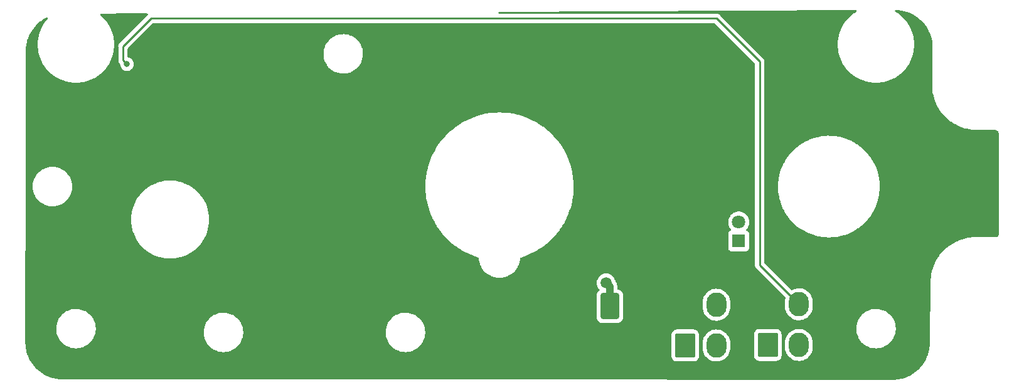
<source format=gbr>
%TF.GenerationSoftware,KiCad,Pcbnew,(6.0.9)*%
%TF.CreationDate,2023-04-01T12:37:20-08:00*%
%TF.ProjectId,FCS PANEL,46435320-5041-44e4-954c-2e6b69636164,3*%
%TF.SameCoordinates,Original*%
%TF.FileFunction,Copper,L2,Bot*%
%TF.FilePolarity,Positive*%
%FSLAX46Y46*%
G04 Gerber Fmt 4.6, Leading zero omitted, Abs format (unit mm)*
G04 Created by KiCad (PCBNEW (6.0.9)) date 2023-04-01 12:37:20*
%MOMM*%
%LPD*%
G01*
G04 APERTURE LIST*
G04 Aperture macros list*
%AMRoundRect*
0 Rectangle with rounded corners*
0 $1 Rounding radius*
0 $2 $3 $4 $5 $6 $7 $8 $9 X,Y pos of 4 corners*
0 Add a 4 corners polygon primitive as box body*
4,1,4,$2,$3,$4,$5,$6,$7,$8,$9,$2,$3,0*
0 Add four circle primitives for the rounded corners*
1,1,$1+$1,$2,$3*
1,1,$1+$1,$4,$5*
1,1,$1+$1,$6,$7*
1,1,$1+$1,$8,$9*
0 Add four rect primitives between the rounded corners*
20,1,$1+$1,$2,$3,$4,$5,0*
20,1,$1+$1,$4,$5,$6,$7,0*
20,1,$1+$1,$6,$7,$8,$9,0*
20,1,$1+$1,$8,$9,$2,$3,0*%
G04 Aperture macros list end*
%TA.AperFunction,SMDPad,CuDef*%
%ADD10RoundRect,0.250000X-1.000000X1.500000X-1.000000X-1.500000X1.000000X-1.500000X1.000000X1.500000X0*%
%TD*%
%TA.AperFunction,ComponentPad*%
%ADD11RoundRect,0.250001X-1.099999X-1.399999X1.099999X-1.399999X1.099999X1.399999X-1.099999X1.399999X0*%
%TD*%
%TA.AperFunction,ComponentPad*%
%ADD12O,2.700000X3.300000*%
%TD*%
%TA.AperFunction,ComponentPad*%
%ADD13R,1.800000X1.800000*%
%TD*%
%TA.AperFunction,ComponentPad*%
%ADD14C,1.800000*%
%TD*%
%TA.AperFunction,ViaPad*%
%ADD15C,1.500000*%
%TD*%
%TA.AperFunction,ViaPad*%
%ADD16C,0.800000*%
%TD*%
%TA.AperFunction,Conductor*%
%ADD17C,1.000000*%
%TD*%
%TA.AperFunction,Conductor*%
%ADD18C,0.250000*%
%TD*%
G04 APERTURE END LIST*
D10*
%TO.P,C1,1*%
%TO.N,/LED+5V*%
X162242000Y-86997400D03*
%TO.P,C1,2*%
%TO.N,/LEDGND*%
X162242000Y-93497400D03*
%TD*%
D11*
%TO.P,J1,1,Pin_1*%
%TO.N,/LED+5V*%
X183547000Y-92217200D03*
D12*
%TO.P,J1,2,Pin_2*%
X187747000Y-92217200D03*
%TO.P,J1,3,Pin_3*%
%TO.N,/LEDGND*%
X183547000Y-86717200D03*
%TO.P,J1,4,Pin_4*%
%TO.N,/DATAIN*%
X187747000Y-86717200D03*
%TD*%
D11*
%TO.P,J2,1,Pin_1*%
%TO.N,/LED+5V*%
X172424000Y-92288400D03*
D12*
%TO.P,J2,2,Pin_2*%
X176624000Y-92288400D03*
%TO.P,J2,3,Pin_3*%
%TO.N,/LEDGND*%
X172424000Y-86788400D03*
%TO.P,J2,4,Pin_4*%
%TO.N,/DATAOUT*%
X176624000Y-86788400D03*
%TD*%
D13*
%TO.P,D24,1,K*%
%TO.N,Net-(D24-Pad1)*%
X179624000Y-78155800D03*
D14*
%TO.P,D24,2,A*%
%TO.N,/LED+5V*%
X179624000Y-75615800D03*
%TD*%
D15*
%TO.N,/LEDGND*%
X115901400Y-68557400D03*
X175390100Y-64357200D03*
X171091800Y-52663600D03*
X210376800Y-75893000D03*
X163580200Y-80251300D03*
X115554300Y-91632200D03*
X203135700Y-59229100D03*
X99926100Y-91033600D03*
X96623600Y-63755600D03*
X101055600Y-87331800D03*
X88871200Y-79071900D03*
X205502100Y-75518300D03*
X116176200Y-76713900D03*
X192015400Y-61425100D03*
X211640000Y-68414300D03*
X163749800Y-64278100D03*
X163465600Y-52786100D03*
X178072100Y-81413500D03*
X107350200Y-60153800D03*
X108975500Y-94433400D03*
X116399600Y-60153800D03*
X92025100Y-66590300D03*
X116171100Y-86789000D03*
%TO.N,/LED+5V*%
X161736100Y-83830500D03*
D16*
%TO.N,/DATAIN*%
X97085150Y-54316630D03*
%TD*%
D17*
%TO.N,/LED+5V*%
X162242000Y-84336400D02*
X162242000Y-86997400D01*
X161736100Y-83830500D02*
X162242000Y-84336400D01*
D18*
%TO.N,/DATAIN*%
X96542860Y-51897280D02*
X96542860Y-51897280D01*
X97085150Y-54316630D02*
X97096580Y-54328060D01*
X182453390Y-81423590D02*
X182453390Y-53959870D01*
X187747000Y-86717200D02*
X182453390Y-81423590D01*
X176611280Y-48117760D02*
X100322380Y-48117760D01*
X96542860Y-51897280D02*
X96542860Y-53774340D01*
X96542860Y-53774340D02*
X97085150Y-54316630D01*
X100322380Y-48117760D02*
X96542860Y-51897280D01*
X182453390Y-53959870D02*
X176611280Y-48117760D01*
%TD*%
%TA.AperFunction,Conductor*%
%TO.N,/LEDGND*%
G36*
X201174067Y-47007659D02*
G01*
X201184505Y-47008529D01*
X201588921Y-47059238D01*
X201599253Y-47060972D01*
X201998066Y-47145097D01*
X202008195Y-47147677D01*
X202226987Y-47213218D01*
X202398648Y-47264640D01*
X202408548Y-47268060D01*
X202787929Y-47417046D01*
X202797508Y-47421276D01*
X203163205Y-47601259D01*
X203172397Y-47606268D01*
X203521876Y-47816004D01*
X203530625Y-47821762D01*
X203650890Y-47908289D01*
X203861487Y-48059807D01*
X203869711Y-48066260D01*
X203987921Y-48167215D01*
X204179650Y-48330958D01*
X204187313Y-48338073D01*
X204474218Y-48627624D01*
X204481263Y-48635353D01*
X204743098Y-48947700D01*
X204749488Y-48956000D01*
X204984480Y-49289025D01*
X204990158Y-49297827D01*
X205196674Y-49649213D01*
X205201602Y-49658457D01*
X205378223Y-50025794D01*
X205382365Y-50035414D01*
X205493334Y-50325793D01*
X205527854Y-50416125D01*
X205531184Y-50426057D01*
X205644559Y-50817576D01*
X205647046Y-50827724D01*
X205667301Y-50928312D01*
X205727508Y-51227301D01*
X205729147Y-51237646D01*
X205776142Y-51642512D01*
X205776916Y-51652955D01*
X205787402Y-51976491D01*
X205788879Y-52022072D01*
X205787261Y-52046685D01*
X205786762Y-52049710D01*
X205785188Y-52059240D01*
X205788991Y-52090551D01*
X205789903Y-52107000D01*
X205742389Y-56810646D01*
X205740061Y-57041116D01*
X205738124Y-57061882D01*
X205734561Y-57081937D01*
X205734293Y-57094487D01*
X205734939Y-57099312D01*
X205734994Y-57100292D01*
X205735133Y-57103502D01*
X205749348Y-57572136D01*
X205801486Y-58047147D01*
X205801952Y-58049591D01*
X205858600Y-58346831D01*
X205890947Y-58516563D01*
X206017174Y-58977454D01*
X206179379Y-59426946D01*
X206180410Y-59429222D01*
X206180414Y-59429232D01*
X206375524Y-59859969D01*
X206376551Y-59862236D01*
X206607459Y-60280608D01*
X206870663Y-60679453D01*
X206872186Y-60681406D01*
X206872191Y-60681413D01*
X207162989Y-61054318D01*
X207162997Y-61054328D01*
X207164522Y-61056283D01*
X207487202Y-61408747D01*
X207836692Y-61734648D01*
X208048903Y-61903287D01*
X208208864Y-62030405D01*
X208208871Y-62030410D01*
X208210810Y-62031951D01*
X208264843Y-62068324D01*
X208605157Y-62297413D01*
X208605165Y-62297418D01*
X208607224Y-62298804D01*
X209023460Y-62533540D01*
X209152333Y-62593346D01*
X209454669Y-62733652D01*
X209454681Y-62733657D01*
X209456922Y-62734697D01*
X209904908Y-62901018D01*
X209907315Y-62901701D01*
X209907321Y-62901703D01*
X210152802Y-62971361D01*
X210364622Y-63031468D01*
X210833196Y-63125232D01*
X210835667Y-63125526D01*
X210835672Y-63125527D01*
X210998442Y-63144906D01*
X211307709Y-63181726D01*
X211310177Y-63181824D01*
X211310183Y-63181824D01*
X211758937Y-63199558D01*
X211765216Y-63199964D01*
X211767858Y-63200201D01*
X211772648Y-63201007D01*
X211778725Y-63201081D01*
X211780335Y-63201101D01*
X211780339Y-63201101D01*
X211785200Y-63201160D01*
X211790010Y-63200471D01*
X211790028Y-63200470D01*
X211812859Y-63197200D01*
X211830707Y-63195927D01*
X213392448Y-63195779D01*
X214174254Y-63195705D01*
X214193652Y-63197205D01*
X214208454Y-63199510D01*
X214208455Y-63199510D01*
X214217324Y-63200891D01*
X214226226Y-63199727D01*
X214226350Y-63199711D01*
X214256792Y-63199440D01*
X214272058Y-63201160D01*
X214322425Y-63206835D01*
X214349927Y-63213112D01*
X214430398Y-63241270D01*
X214455815Y-63253510D01*
X214528004Y-63298870D01*
X214550062Y-63316462D01*
X214610338Y-63376738D01*
X214627930Y-63398796D01*
X214673290Y-63470985D01*
X214685530Y-63496402D01*
X214713688Y-63576873D01*
X214719965Y-63604376D01*
X214726618Y-63663426D01*
X214726523Y-63679068D01*
X214727400Y-63679079D01*
X214727290Y-63688051D01*
X214725909Y-63696924D01*
X214727073Y-63705826D01*
X214727073Y-63705828D01*
X214730036Y-63728483D01*
X214731100Y-63744821D01*
X214731100Y-77115833D01*
X214729600Y-77135218D01*
X214728002Y-77145484D01*
X214725909Y-77158924D01*
X214727073Y-77167826D01*
X214727089Y-77167950D01*
X214727360Y-77198393D01*
X214719965Y-77264025D01*
X214713688Y-77291527D01*
X214685530Y-77371998D01*
X214673290Y-77397415D01*
X214627930Y-77469604D01*
X214610338Y-77491662D01*
X214550062Y-77551938D01*
X214528004Y-77569530D01*
X214455815Y-77614890D01*
X214430398Y-77627130D01*
X214349927Y-77655288D01*
X214322424Y-77661565D01*
X214263374Y-77668218D01*
X214247732Y-77668123D01*
X214247721Y-77669000D01*
X214238749Y-77668890D01*
X214229876Y-77667509D01*
X214220974Y-77668673D01*
X214220972Y-77668673D01*
X214209985Y-77670110D01*
X214198314Y-77671636D01*
X214181979Y-77672700D01*
X211688967Y-77672700D01*
X211666924Y-77670757D01*
X211654853Y-77668612D01*
X211654851Y-77668612D01*
X211650063Y-77667761D01*
X211645197Y-77667657D01*
X211645196Y-77667657D01*
X211643788Y-77667627D01*
X211637513Y-77667493D01*
X211632688Y-77668139D01*
X211631708Y-77668194D01*
X211628498Y-77668333D01*
X211159864Y-77682548D01*
X210843640Y-77717257D01*
X210687320Y-77734415D01*
X210687315Y-77734416D01*
X210684853Y-77734686D01*
X210519452Y-77766208D01*
X210217880Y-77823681D01*
X210217870Y-77823683D01*
X210215437Y-77824147D01*
X209754546Y-77950374D01*
X209305054Y-78112579D01*
X209302778Y-78113610D01*
X209302768Y-78113614D01*
X208872861Y-78308348D01*
X208869764Y-78309751D01*
X208451392Y-78540659D01*
X208052547Y-78803863D01*
X208050594Y-78805386D01*
X208050587Y-78805391D01*
X207677682Y-79096189D01*
X207677672Y-79096197D01*
X207675717Y-79097722D01*
X207323253Y-79420402D01*
X206997352Y-79769892D01*
X206901566Y-79890427D01*
X206703189Y-80140059D01*
X206700049Y-80144010D01*
X206698664Y-80146068D01*
X206435010Y-80537730D01*
X206433196Y-80540424D01*
X206198460Y-80956660D01*
X206197417Y-80958908D01*
X205998348Y-81387869D01*
X205998343Y-81387881D01*
X205997303Y-81390122D01*
X205830982Y-81838108D01*
X205830299Y-81840515D01*
X205830297Y-81840521D01*
X205803698Y-81934259D01*
X205700532Y-82297822D01*
X205606768Y-82766396D01*
X205550274Y-83240909D01*
X205550176Y-83243377D01*
X205550176Y-83243383D01*
X205535427Y-83616606D01*
X205531915Y-83705462D01*
X205530878Y-83712124D01*
X205531472Y-83716669D01*
X205531404Y-83718400D01*
X205531699Y-83718400D01*
X205532189Y-83722149D01*
X205532189Y-83722156D01*
X205534491Y-83739758D01*
X205535545Y-83757651D01*
X205436122Y-91797677D01*
X205435531Y-91845473D01*
X205434041Y-91863297D01*
X205429740Y-91890923D01*
X205432471Y-91911812D01*
X205433426Y-91933375D01*
X205419552Y-92266888D01*
X205417772Y-92309666D01*
X205416902Y-92320105D01*
X205366193Y-92724523D01*
X205364459Y-92734853D01*
X205338609Y-92857404D01*
X205283055Y-93120772D01*
X205280336Y-93133660D01*
X205277750Y-93143809D01*
X205160995Y-93533575D01*
X205160793Y-93534248D01*
X205157376Y-93544140D01*
X205037346Y-93849789D01*
X205008386Y-93923534D01*
X205004156Y-93933113D01*
X204824800Y-94297537D01*
X204824176Y-94298804D01*
X204819168Y-94307995D01*
X204657846Y-94576807D01*
X204609429Y-94657484D01*
X204603670Y-94666234D01*
X204365636Y-94997080D01*
X204359171Y-95005321D01*
X204094468Y-95315267D01*
X204087340Y-95322942D01*
X203797819Y-95609820D01*
X203790078Y-95616877D01*
X203477732Y-95878713D01*
X203469432Y-95885103D01*
X203136398Y-96120104D01*
X203127614Y-96125770D01*
X203009485Y-96195197D01*
X202776224Y-96332289D01*
X202766981Y-96337216D01*
X202399637Y-96513843D01*
X202390027Y-96517981D01*
X202172284Y-96601193D01*
X202009305Y-96663476D01*
X201999374Y-96666805D01*
X201607856Y-96780183D01*
X201597685Y-96782675D01*
X201520500Y-96798218D01*
X201198138Y-96863133D01*
X201187793Y-96864773D01*
X200918602Y-96896021D01*
X200782913Y-96911771D01*
X200772473Y-96912545D01*
X200403509Y-96924505D01*
X200378909Y-96922888D01*
X200366188Y-96920787D01*
X200331795Y-96924964D01*
X200316566Y-96925882D01*
X140075465Y-96898674D01*
X88441454Y-96875353D01*
X88422129Y-96873853D01*
X88407153Y-96871522D01*
X88398277Y-96870140D01*
X88377388Y-96872871D01*
X88355825Y-96873826D01*
X87979533Y-96858172D01*
X87969095Y-96857302D01*
X87564677Y-96806593D01*
X87554347Y-96804859D01*
X87155540Y-96720736D01*
X87145390Y-96718150D01*
X86754942Y-96601190D01*
X86745060Y-96597776D01*
X86365663Y-96448784D01*
X86356084Y-96444555D01*
X86137989Y-96337216D01*
X85990389Y-96264572D01*
X85981205Y-96259568D01*
X85631716Y-96049829D01*
X85622966Y-96044070D01*
X85292120Y-95806036D01*
X85283879Y-95799571D01*
X84973933Y-95534868D01*
X84966258Y-95527740D01*
X84679380Y-95238219D01*
X84672323Y-95230478D01*
X84410487Y-94918132D01*
X84404097Y-94909832D01*
X84229202Y-94661978D01*
X84169096Y-94576798D01*
X84163430Y-94568014D01*
X83956911Y-94216624D01*
X83951984Y-94207381D01*
X83775357Y-93840037D01*
X83771219Y-93830427D01*
X83736203Y-93738800D01*
X170565500Y-93738800D01*
X170565837Y-93742046D01*
X170565837Y-93742050D01*
X170575515Y-93835321D01*
X170576474Y-93844565D01*
X170578655Y-93851101D01*
X170578655Y-93851103D01*
X170612432Y-93952343D01*
X170632450Y-94012345D01*
X170725522Y-94162748D01*
X170850697Y-94287705D01*
X170856927Y-94291545D01*
X170856928Y-94291546D01*
X170994090Y-94376094D01*
X171001262Y-94380515D01*
X171081005Y-94406964D01*
X171162611Y-94434032D01*
X171162613Y-94434032D01*
X171169139Y-94436197D01*
X171175975Y-94436897D01*
X171175978Y-94436898D01*
X171219031Y-94441309D01*
X171273600Y-94446900D01*
X173574400Y-94446900D01*
X173577646Y-94446563D01*
X173577650Y-94446563D01*
X173673307Y-94436638D01*
X173673311Y-94436637D01*
X173680165Y-94435926D01*
X173686701Y-94433745D01*
X173686703Y-94433745D01*
X173827689Y-94386708D01*
X173847945Y-94379950D01*
X173998348Y-94286878D01*
X174123305Y-94161703D01*
X174127146Y-94155472D01*
X174212275Y-94017368D01*
X174212276Y-94017366D01*
X174216115Y-94011138D01*
X174242564Y-93931395D01*
X174269632Y-93849789D01*
X174269632Y-93849787D01*
X174271797Y-93843261D01*
X174274228Y-93819541D01*
X174279793Y-93765222D01*
X174282500Y-93738800D01*
X174282500Y-92656912D01*
X174765500Y-92656912D01*
X174765665Y-92659180D01*
X174765665Y-92659192D01*
X174771865Y-92744632D01*
X174780047Y-92857404D01*
X174781031Y-92861859D01*
X174781031Y-92861862D01*
X174833969Y-93101634D01*
X174838194Y-93120772D01*
X174878968Y-93228394D01*
X174905944Y-93299594D01*
X174933750Y-93372988D01*
X175064714Y-93608768D01*
X175067486Y-93612400D01*
X175194318Y-93778589D01*
X175228343Y-93823173D01*
X175231609Y-93826366D01*
X175231611Y-93826368D01*
X175256914Y-93851103D01*
X175421208Y-94011712D01*
X175639270Y-94170434D01*
X175725265Y-94215678D01*
X175873921Y-94293890D01*
X175873927Y-94293893D01*
X175877961Y-94296015D01*
X175882266Y-94297535D01*
X175882270Y-94297537D01*
X176115094Y-94379756D01*
X176132280Y-94385825D01*
X176260032Y-94411005D01*
X176392428Y-94437100D01*
X176392434Y-94437101D01*
X176396900Y-94437981D01*
X176401453Y-94438208D01*
X176401456Y-94438208D01*
X176661708Y-94451164D01*
X176661714Y-94451164D01*
X176666277Y-94451391D01*
X176934769Y-94425775D01*
X176939203Y-94424690D01*
X176939209Y-94424689D01*
X177192312Y-94362755D01*
X177196750Y-94361669D01*
X177446733Y-94260415D01*
X177679482Y-94124135D01*
X177890119Y-93955684D01*
X178074234Y-93758591D01*
X178137357Y-93667600D01*
X181688500Y-93667600D01*
X181688837Y-93670846D01*
X181688837Y-93670850D01*
X181697552Y-93754837D01*
X181699474Y-93773365D01*
X181701655Y-93779901D01*
X181701655Y-93779903D01*
X181735432Y-93881143D01*
X181755450Y-93941145D01*
X181848522Y-94091548D01*
X181973697Y-94216505D01*
X181979927Y-94220345D01*
X181979928Y-94220346D01*
X182117090Y-94304894D01*
X182124262Y-94309315D01*
X182204005Y-94335764D01*
X182285611Y-94362832D01*
X182285613Y-94362832D01*
X182292139Y-94364997D01*
X182298975Y-94365697D01*
X182298978Y-94365698D01*
X182342031Y-94370109D01*
X182396600Y-94375700D01*
X184697400Y-94375700D01*
X184700646Y-94375363D01*
X184700650Y-94375363D01*
X184796307Y-94365438D01*
X184796311Y-94365437D01*
X184803165Y-94364726D01*
X184809701Y-94362545D01*
X184809703Y-94362545D01*
X184950689Y-94315508D01*
X184970945Y-94308750D01*
X185121348Y-94215678D01*
X185246305Y-94090503D01*
X185250146Y-94084272D01*
X185335275Y-93946168D01*
X185335276Y-93946166D01*
X185339115Y-93939938D01*
X185371181Y-93843261D01*
X185392632Y-93778589D01*
X185392632Y-93778587D01*
X185394797Y-93772061D01*
X185397228Y-93748341D01*
X185399909Y-93722169D01*
X185405500Y-93667600D01*
X185405500Y-92585712D01*
X185888500Y-92585712D01*
X185888665Y-92587980D01*
X185888665Y-92587992D01*
X185895317Y-92679662D01*
X185903047Y-92786204D01*
X185904031Y-92790659D01*
X185904031Y-92790662D01*
X185959864Y-93043547D01*
X185961194Y-93049572D01*
X186008167Y-93173554D01*
X186028944Y-93228394D01*
X186056750Y-93301788D01*
X186187714Y-93537568D01*
X186239005Y-93604775D01*
X186338835Y-93735583D01*
X186351343Y-93751973D01*
X186354609Y-93755166D01*
X186354611Y-93755168D01*
X186379914Y-93779903D01*
X186544208Y-93940512D01*
X186762270Y-94099234D01*
X186813990Y-94126445D01*
X186996921Y-94222690D01*
X186996927Y-94222693D01*
X187000961Y-94224815D01*
X187005266Y-94226335D01*
X187005270Y-94226337D01*
X187236525Y-94308002D01*
X187255280Y-94314625D01*
X187383032Y-94339805D01*
X187515428Y-94365900D01*
X187515434Y-94365901D01*
X187519900Y-94366781D01*
X187524453Y-94367008D01*
X187524456Y-94367008D01*
X187784708Y-94379964D01*
X187784714Y-94379964D01*
X187789277Y-94380191D01*
X188057769Y-94354575D01*
X188062203Y-94353490D01*
X188062209Y-94353489D01*
X188315312Y-94291555D01*
X188319750Y-94290469D01*
X188569733Y-94189215D01*
X188802482Y-94052935D01*
X189013119Y-93884484D01*
X189197234Y-93687391D01*
X189350968Y-93465784D01*
X189471101Y-93224306D01*
X189472523Y-93219969D01*
X189553698Y-92972347D01*
X189553699Y-92972341D01*
X189555118Y-92968014D01*
X189555898Y-92963522D01*
X189600601Y-92706060D01*
X189600602Y-92706052D01*
X189601257Y-92702279D01*
X189605500Y-92617051D01*
X189605500Y-91848688D01*
X189604256Y-91831531D01*
X189591283Y-91652747D01*
X189590953Y-91648196D01*
X189575417Y-91577826D01*
X189533791Y-91389288D01*
X189533790Y-91389284D01*
X189532806Y-91384828D01*
X189468747Y-91215748D01*
X189438868Y-91136882D01*
X189438867Y-91136879D01*
X189437250Y-91132612D01*
X189326833Y-90933824D01*
X189308504Y-90900825D01*
X189308503Y-90900824D01*
X189306286Y-90896832D01*
X189196995Y-90753627D01*
X189145429Y-90686059D01*
X189145428Y-90686058D01*
X189142657Y-90682427D01*
X189115431Y-90655811D01*
X189010523Y-90553257D01*
X188949792Y-90493888D01*
X188731730Y-90335166D01*
X188610432Y-90271348D01*
X188497079Y-90211710D01*
X188497073Y-90211707D01*
X188493039Y-90209585D01*
X188488734Y-90208065D01*
X188488730Y-90208063D01*
X188243033Y-90121298D01*
X188243032Y-90121298D01*
X188238720Y-90119775D01*
X188110968Y-90094595D01*
X187978572Y-90068500D01*
X187978566Y-90068499D01*
X187974100Y-90067619D01*
X187969547Y-90067392D01*
X187969544Y-90067392D01*
X187709292Y-90054436D01*
X187709286Y-90054436D01*
X187704723Y-90054209D01*
X187436231Y-90079825D01*
X187431797Y-90080910D01*
X187431791Y-90080911D01*
X187230213Y-90130237D01*
X187174250Y-90143931D01*
X186924267Y-90245185D01*
X186691518Y-90381465D01*
X186641672Y-90421328D01*
X186515606Y-90522146D01*
X186480881Y-90549916D01*
X186296766Y-90747009D01*
X186143032Y-90968616D01*
X186141001Y-90972699D01*
X186140999Y-90972702D01*
X186109474Y-91036070D01*
X186022899Y-91210094D01*
X186021478Y-91214428D01*
X186021477Y-91214431D01*
X185942278Y-91456028D01*
X185938882Y-91466386D01*
X185938102Y-91470877D01*
X185938102Y-91470878D01*
X185900971Y-91684735D01*
X185892743Y-91732121D01*
X185892552Y-91735958D01*
X185889387Y-91799540D01*
X185888500Y-91817349D01*
X185888500Y-92585712D01*
X185405500Y-92585712D01*
X185405500Y-90766800D01*
X185403100Y-90743665D01*
X185395238Y-90667893D01*
X185395237Y-90667889D01*
X185394526Y-90661035D01*
X185380565Y-90619187D01*
X185340868Y-90500203D01*
X185338550Y-90493255D01*
X185245478Y-90342852D01*
X185120303Y-90217895D01*
X185094290Y-90201860D01*
X184975968Y-90128925D01*
X184975966Y-90128924D01*
X184969738Y-90125085D01*
X184833283Y-90079825D01*
X184808389Y-90071568D01*
X184808387Y-90071568D01*
X184801861Y-90069403D01*
X184795025Y-90068703D01*
X184795022Y-90068702D01*
X184751969Y-90064291D01*
X184697400Y-90058700D01*
X182396600Y-90058700D01*
X182393354Y-90059037D01*
X182393350Y-90059037D01*
X182297693Y-90068962D01*
X182297689Y-90068963D01*
X182290835Y-90069674D01*
X182284299Y-90071855D01*
X182284297Y-90071855D01*
X182152195Y-90115928D01*
X182123055Y-90125650D01*
X181972652Y-90218722D01*
X181847695Y-90343897D01*
X181843855Y-90350127D01*
X181843854Y-90350128D01*
X181778891Y-90455518D01*
X181754885Y-90494462D01*
X181699203Y-90662339D01*
X181698503Y-90669175D01*
X181698502Y-90669178D01*
X181695297Y-90700457D01*
X181688500Y-90766800D01*
X181688500Y-93667600D01*
X178137357Y-93667600D01*
X178227968Y-93536984D01*
X178271389Y-93449705D01*
X178346067Y-93299594D01*
X178348101Y-93295506D01*
X178349523Y-93291169D01*
X178430698Y-93043547D01*
X178430699Y-93043541D01*
X178432118Y-93039214D01*
X178433438Y-93031611D01*
X178477601Y-92777260D01*
X178477602Y-92777252D01*
X178478257Y-92773479D01*
X178480694Y-92724523D01*
X178482422Y-92689822D01*
X178482422Y-92689814D01*
X178482500Y-92688251D01*
X178482500Y-91919888D01*
X178481914Y-91911803D01*
X178468876Y-91732121D01*
X178467953Y-91719396D01*
X178460301Y-91684736D01*
X178410791Y-91460488D01*
X178410790Y-91460484D01*
X178409806Y-91456028D01*
X178348825Y-91295070D01*
X178315868Y-91208082D01*
X178315867Y-91208079D01*
X178314250Y-91203812D01*
X178183286Y-90968032D01*
X178081568Y-90834750D01*
X178022429Y-90757259D01*
X178022428Y-90757258D01*
X178019657Y-90753627D01*
X178009467Y-90743665D01*
X177885963Y-90622932D01*
X177826792Y-90565088D01*
X177608730Y-90406366D01*
X177489996Y-90343897D01*
X177374079Y-90282910D01*
X177374073Y-90282907D01*
X177370039Y-90280785D01*
X177365734Y-90279265D01*
X177365730Y-90279263D01*
X177120033Y-90192498D01*
X177120032Y-90192498D01*
X177115720Y-90190975D01*
X176987968Y-90165795D01*
X176855572Y-90139700D01*
X176855566Y-90139699D01*
X176851100Y-90138819D01*
X176846547Y-90138592D01*
X176846544Y-90138592D01*
X176586292Y-90125636D01*
X176586286Y-90125636D01*
X176581723Y-90125409D01*
X176313231Y-90151025D01*
X176308797Y-90152110D01*
X176308791Y-90152111D01*
X176055688Y-90214045D01*
X176051250Y-90215131D01*
X175801267Y-90316385D01*
X175568518Y-90452665D01*
X175357881Y-90621116D01*
X175173766Y-90818209D01*
X175020032Y-91039816D01*
X174899899Y-91281294D01*
X174898478Y-91285628D01*
X174898477Y-91285631D01*
X174822783Y-91516536D01*
X174815882Y-91537586D01*
X174815102Y-91542077D01*
X174815102Y-91542078D01*
X174770723Y-91797677D01*
X174769743Y-91803321D01*
X174769552Y-91807158D01*
X174765824Y-91882050D01*
X174765500Y-91888549D01*
X174765500Y-92656912D01*
X174282500Y-92656912D01*
X174282500Y-90838000D01*
X174280836Y-90821963D01*
X174272238Y-90739093D01*
X174272237Y-90739089D01*
X174271526Y-90732235D01*
X174263357Y-90707748D01*
X174217868Y-90571403D01*
X174215550Y-90564455D01*
X174122478Y-90414052D01*
X173997303Y-90289095D01*
X173890185Y-90223066D01*
X173852968Y-90200125D01*
X173852966Y-90200124D01*
X173846738Y-90196285D01*
X173710283Y-90151025D01*
X173685389Y-90142768D01*
X173685387Y-90142768D01*
X173678861Y-90140603D01*
X173672025Y-90139903D01*
X173672022Y-90139902D01*
X173628969Y-90135491D01*
X173574400Y-90129900D01*
X171273600Y-90129900D01*
X171270354Y-90130237D01*
X171270350Y-90130237D01*
X171174693Y-90140162D01*
X171174689Y-90140163D01*
X171167835Y-90140874D01*
X171161299Y-90143055D01*
X171161297Y-90143055D01*
X171079206Y-90170443D01*
X171000055Y-90196850D01*
X170849652Y-90289922D01*
X170724695Y-90415097D01*
X170720855Y-90421327D01*
X170720854Y-90421328D01*
X170639532Y-90553257D01*
X170631885Y-90565662D01*
X170576203Y-90733539D01*
X170575503Y-90740375D01*
X170575502Y-90740378D01*
X170573433Y-90760574D01*
X170565500Y-90838000D01*
X170565500Y-93738800D01*
X83736203Y-93738800D01*
X83625724Y-93449705D01*
X83622395Y-93439774D01*
X83509017Y-93048256D01*
X83506524Y-93038082D01*
X83505848Y-93034722D01*
X83472012Y-92866697D01*
X83426067Y-92638538D01*
X83424427Y-92628193D01*
X83389430Y-92326706D01*
X83377429Y-92223313D01*
X83376655Y-92212871D01*
X83372375Y-92080822D01*
X83364695Y-91843909D01*
X83366312Y-91819309D01*
X83368413Y-91806588D01*
X83364270Y-91772475D01*
X83363351Y-91757122D01*
X83365631Y-89986228D01*
X87535026Y-89986228D01*
X87535215Y-89990020D01*
X87536416Y-90014146D01*
X87550403Y-90295104D01*
X87550980Y-90306699D01*
X87564607Y-90386004D01*
X87604517Y-90618264D01*
X87605319Y-90622933D01*
X87606407Y-90626572D01*
X87606408Y-90626575D01*
X87688427Y-90900825D01*
X87697256Y-90930348D01*
X87698769Y-90933819D01*
X87698771Y-90933825D01*
X87746748Y-91043902D01*
X87825458Y-91224491D01*
X87827381Y-91227762D01*
X87827383Y-91227766D01*
X87986147Y-91497832D01*
X87986152Y-91497840D01*
X87988070Y-91501102D01*
X87990371Y-91504117D01*
X88167307Y-91735958D01*
X88182735Y-91756174D01*
X88185379Y-91758888D01*
X88185388Y-91758898D01*
X88403981Y-91983291D01*
X88406633Y-91986013D01*
X88409577Y-91988384D01*
X88409580Y-91988387D01*
X88653569Y-92184910D01*
X88653574Y-92184914D01*
X88656522Y-92187288D01*
X88928782Y-92357085D01*
X89219469Y-92492943D01*
X89223075Y-92494125D01*
X89223083Y-92494128D01*
X89520768Y-92591714D01*
X89520775Y-92591716D01*
X89524372Y-92592895D01*
X89839074Y-92655494D01*
X89973549Y-92665723D01*
X90155241Y-92679544D01*
X90155246Y-92679544D01*
X90159018Y-92679831D01*
X90479568Y-92665555D01*
X90517797Y-92659192D01*
X90792341Y-92613496D01*
X90792346Y-92613495D01*
X90796082Y-92612873D01*
X90931459Y-92573158D01*
X91100348Y-92523611D01*
X91100354Y-92523609D01*
X91103974Y-92522547D01*
X91398785Y-92395887D01*
X91676244Y-92234726D01*
X91679266Y-92232445D01*
X91679270Y-92232442D01*
X91929308Y-92043682D01*
X91929309Y-92043681D01*
X91932332Y-92041399D01*
X92163339Y-91818707D01*
X92165733Y-91815766D01*
X92165738Y-91815761D01*
X92363526Y-91572816D01*
X92363529Y-91572812D01*
X92365920Y-91569875D01*
X92399574Y-91516537D01*
X92535113Y-91301721D01*
X92535117Y-91301714D01*
X92537140Y-91298508D01*
X92545296Y-91281294D01*
X92672889Y-91011975D01*
X92672893Y-91011966D01*
X92674518Y-91008537D01*
X92686700Y-90972025D01*
X92737940Y-90818439D01*
X92776066Y-90704161D01*
X92818968Y-90494228D01*
X107435026Y-90494228D01*
X107435384Y-90501409D01*
X107436416Y-90522146D01*
X107448756Y-90770017D01*
X107450980Y-90814699D01*
X107454984Y-90838000D01*
X107489019Y-91036070D01*
X107505319Y-91130933D01*
X107506407Y-91134572D01*
X107506408Y-91134575D01*
X107569127Y-91344290D01*
X107597256Y-91438348D01*
X107598769Y-91441819D01*
X107598771Y-91441825D01*
X107654582Y-91569875D01*
X107725458Y-91732491D01*
X107727381Y-91735762D01*
X107727383Y-91735766D01*
X107886147Y-92005832D01*
X107886152Y-92005840D01*
X107888070Y-92009102D01*
X107890371Y-92012117D01*
X108061716Y-92236632D01*
X108082735Y-92264174D01*
X108085379Y-92266888D01*
X108085388Y-92266898D01*
X108303981Y-92491291D01*
X108306633Y-92494013D01*
X108309577Y-92496384D01*
X108309580Y-92496387D01*
X108553569Y-92692910D01*
X108553574Y-92692914D01*
X108556522Y-92695288D01*
X108828782Y-92865085D01*
X109119469Y-93000943D01*
X109123075Y-93002125D01*
X109123083Y-93002128D01*
X109420768Y-93099714D01*
X109420775Y-93099716D01*
X109424372Y-93100895D01*
X109739074Y-93163494D01*
X109873549Y-93173723D01*
X110055241Y-93187544D01*
X110055246Y-93187544D01*
X110059018Y-93187831D01*
X110379568Y-93173555D01*
X110383323Y-93172930D01*
X110692341Y-93121496D01*
X110692346Y-93121495D01*
X110696082Y-93120873D01*
X110954327Y-93045112D01*
X111000348Y-93031611D01*
X111000354Y-93031609D01*
X111003974Y-93030547D01*
X111298785Y-92903887D01*
X111576244Y-92742726D01*
X111579266Y-92740445D01*
X111579270Y-92740442D01*
X111829308Y-92551682D01*
X111829309Y-92551681D01*
X111832332Y-92549399D01*
X112063339Y-92326707D01*
X112065733Y-92323766D01*
X112065738Y-92323761D01*
X112263526Y-92080816D01*
X112263529Y-92080812D01*
X112265920Y-92077875D01*
X112357090Y-91933379D01*
X112435113Y-91809721D01*
X112435117Y-91809714D01*
X112437140Y-91806508D01*
X112450487Y-91778337D01*
X112550768Y-91566667D01*
X112574518Y-91516537D01*
X112580759Y-91497832D01*
X112657245Y-91268574D01*
X112676066Y-91212161D01*
X112740311Y-90897791D01*
X112766323Y-90577979D01*
X112766908Y-90522146D01*
X112765225Y-90494228D01*
X131985027Y-90494228D01*
X131985385Y-90501409D01*
X131986417Y-90522146D01*
X131998757Y-90770017D01*
X132000981Y-90814699D01*
X132004985Y-90838000D01*
X132054676Y-91127187D01*
X132054678Y-91127195D01*
X132055320Y-91130932D01*
X132056408Y-91134571D01*
X132056409Y-91134574D01*
X132146169Y-91434710D01*
X132146171Y-91434715D01*
X132147257Y-91438347D01*
X132148770Y-91441818D01*
X132148772Y-91441824D01*
X132234298Y-91638053D01*
X132275459Y-91732491D01*
X132277382Y-91735763D01*
X132277384Y-91735766D01*
X132341878Y-91845473D01*
X132438070Y-92009102D01*
X132440371Y-92012117D01*
X132630435Y-92261161D01*
X132630440Y-92261166D01*
X132632735Y-92264174D01*
X132682155Y-92314905D01*
X132761045Y-92395887D01*
X132856634Y-92494012D01*
X132925399Y-92549399D01*
X133103570Y-92692909D01*
X133103575Y-92692913D01*
X133106523Y-92695287D01*
X133378783Y-92865084D01*
X133669469Y-93000942D01*
X133673078Y-93002125D01*
X133970768Y-93099713D01*
X133970772Y-93099714D01*
X133974372Y-93100894D01*
X134289075Y-93163493D01*
X134449046Y-93175661D01*
X134605241Y-93187543D01*
X134605246Y-93187543D01*
X134609018Y-93187830D01*
X134929568Y-93173554D01*
X134933317Y-93172930D01*
X135242341Y-93121495D01*
X135242346Y-93121494D01*
X135246082Y-93120872D01*
X135553974Y-93030546D01*
X135557441Y-93029056D01*
X135557445Y-93029055D01*
X135845300Y-92905383D01*
X135845302Y-92905382D01*
X135848784Y-92903886D01*
X136126243Y-92742725D01*
X136129267Y-92740442D01*
X136129269Y-92740441D01*
X136379307Y-92551681D01*
X136379308Y-92551680D01*
X136382331Y-92549398D01*
X136613338Y-92326706D01*
X136615736Y-92323761D01*
X136615737Y-92323760D01*
X136813519Y-92080822D01*
X136813519Y-92080821D01*
X136815919Y-92077874D01*
X136987139Y-91806508D01*
X137124518Y-91516536D01*
X137226065Y-91212161D01*
X137290310Y-90897791D01*
X137316322Y-90577979D01*
X137316907Y-90522146D01*
X137315204Y-90493888D01*
X137297826Y-90205638D01*
X137297826Y-90205634D01*
X137297598Y-90201860D01*
X137288235Y-90150591D01*
X137258217Y-89986228D01*
X195485027Y-89986228D01*
X195485216Y-89990020D01*
X195486417Y-90014146D01*
X195500404Y-90295104D01*
X195500981Y-90306699D01*
X195514608Y-90386004D01*
X195554676Y-90619187D01*
X195554678Y-90619195D01*
X195555320Y-90622932D01*
X195556408Y-90626571D01*
X195556409Y-90626574D01*
X195646169Y-90926710D01*
X195646171Y-90926715D01*
X195647257Y-90930347D01*
X195648770Y-90933818D01*
X195648772Y-90933824D01*
X195733049Y-91127187D01*
X195775459Y-91224491D01*
X195777382Y-91227763D01*
X195777384Y-91227766D01*
X195808852Y-91281294D01*
X195938070Y-91501102D01*
X195940371Y-91504117D01*
X196130435Y-91753161D01*
X196130440Y-91753166D01*
X196132735Y-91756174D01*
X196148615Y-91772475D01*
X196292219Y-91919888D01*
X196356634Y-91986012D01*
X196480555Y-92085825D01*
X196603570Y-92184909D01*
X196603575Y-92184913D01*
X196606523Y-92187287D01*
X196878783Y-92357084D01*
X197169469Y-92492942D01*
X197221485Y-92509994D01*
X197470768Y-92591713D01*
X197470772Y-92591714D01*
X197474372Y-92592894D01*
X197789075Y-92655493D01*
X197949046Y-92667661D01*
X198105241Y-92679543D01*
X198105246Y-92679543D01*
X198109018Y-92679830D01*
X198429568Y-92665554D01*
X198467791Y-92659192D01*
X198742341Y-92613495D01*
X198742346Y-92613494D01*
X198746082Y-92612872D01*
X199053974Y-92522546D01*
X199057441Y-92521056D01*
X199057445Y-92521055D01*
X199345300Y-92397383D01*
X199345302Y-92397382D01*
X199348784Y-92395886D01*
X199626243Y-92234725D01*
X199629267Y-92232442D01*
X199629269Y-92232441D01*
X199879307Y-92043681D01*
X199879308Y-92043680D01*
X199882331Y-92041398D01*
X200113338Y-91818706D01*
X200115736Y-91815761D01*
X200115737Y-91815760D01*
X200313519Y-91572822D01*
X200313519Y-91572821D01*
X200315919Y-91569874D01*
X200487139Y-91298508D01*
X200624518Y-91008536D01*
X200726065Y-90704161D01*
X200790310Y-90389791D01*
X200816322Y-90069979D01*
X200816907Y-90014146D01*
X200814996Y-89982439D01*
X200797826Y-89697638D01*
X200797826Y-89697634D01*
X200797598Y-89693860D01*
X200739951Y-89378213D01*
X200732700Y-89354859D01*
X200682131Y-89192002D01*
X200644800Y-89071777D01*
X200513524Y-88778993D01*
X200348025Y-88504100D01*
X200345698Y-88501116D01*
X200345693Y-88501109D01*
X200153036Y-88254075D01*
X200153034Y-88254072D01*
X200150700Y-88251080D01*
X199924407Y-88023599D01*
X199672424Y-87824952D01*
X199650268Y-87811454D01*
X199401633Y-87659984D01*
X199401631Y-87659983D01*
X199398401Y-87658015D01*
X199394957Y-87656449D01*
X199394953Y-87656447D01*
X199109759Y-87526777D01*
X199109758Y-87526777D01*
X199106308Y-87525208D01*
X199079969Y-87516878D01*
X198803993Y-87429599D01*
X198803990Y-87429598D01*
X198800375Y-87428455D01*
X198485034Y-87369155D01*
X198164853Y-87348170D01*
X198161073Y-87348378D01*
X198161072Y-87348378D01*
X198047801Y-87354611D01*
X197844470Y-87365801D01*
X197528526Y-87421795D01*
X197524910Y-87422897D01*
X197524902Y-87422899D01*
X197225238Y-87514230D01*
X197221596Y-87515340D01*
X196928128Y-87645081D01*
X196820990Y-87708821D01*
X196655632Y-87807198D01*
X196655628Y-87807201D01*
X196652372Y-87809138D01*
X196649377Y-87811449D01*
X196649370Y-87811454D01*
X196444475Y-87969530D01*
X196398323Y-88005136D01*
X196169660Y-88230235D01*
X196167296Y-88233202D01*
X196167293Y-88233205D01*
X196042160Y-88390238D01*
X195969696Y-88481175D01*
X195967706Y-88484404D01*
X195967705Y-88484405D01*
X195940059Y-88529255D01*
X195801328Y-88754320D01*
X195789954Y-88778992D01*
X195668581Y-89042269D01*
X195666993Y-89045713D01*
X195598280Y-89259090D01*
X195569802Y-89347526D01*
X195568639Y-89351136D01*
X195567920Y-89354852D01*
X195567918Y-89354860D01*
X195508408Y-89662443D01*
X195507689Y-89666161D01*
X195507422Y-89669937D01*
X195507421Y-89669942D01*
X195485295Y-89982439D01*
X195485027Y-89986228D01*
X137258217Y-89986228D01*
X137240631Y-89889935D01*
X137240630Y-89889931D01*
X137239951Y-89886213D01*
X137232700Y-89862859D01*
X137171623Y-89666161D01*
X137144800Y-89579777D01*
X137013524Y-89286993D01*
X136848025Y-89012100D01*
X136845698Y-89009116D01*
X136845693Y-89009109D01*
X136653036Y-88762075D01*
X136653034Y-88762072D01*
X136650700Y-88759080D01*
X136424407Y-88531599D01*
X136172424Y-88332952D01*
X136150411Y-88319541D01*
X135901633Y-88167984D01*
X135901631Y-88167983D01*
X135898401Y-88166015D01*
X135894957Y-88164449D01*
X135894953Y-88164447D01*
X135609759Y-88034777D01*
X135609758Y-88034777D01*
X135606308Y-88033208D01*
X135602688Y-88032063D01*
X135303993Y-87937599D01*
X135303990Y-87937598D01*
X135300375Y-87936455D01*
X134985034Y-87877155D01*
X134664853Y-87856170D01*
X134661073Y-87856378D01*
X134661072Y-87856378D01*
X134547801Y-87862611D01*
X134344470Y-87873801D01*
X134028526Y-87929795D01*
X134024910Y-87930897D01*
X134024902Y-87930899D01*
X133725238Y-88022230D01*
X133721596Y-88023340D01*
X133428128Y-88153081D01*
X133376768Y-88183637D01*
X133155632Y-88315198D01*
X133155628Y-88315201D01*
X133152372Y-88317138D01*
X133149377Y-88319449D01*
X133149370Y-88319454D01*
X132905819Y-88507353D01*
X132898323Y-88513136D01*
X132895616Y-88515801D01*
X132895613Y-88515804D01*
X132763943Y-88645422D01*
X132669660Y-88738235D01*
X132667296Y-88741202D01*
X132667293Y-88741205D01*
X132483583Y-88971748D01*
X132469696Y-88989175D01*
X132301328Y-89262320D01*
X132289954Y-89286992D01*
X132168581Y-89550269D01*
X132166993Y-89553713D01*
X132101547Y-89756944D01*
X132069802Y-89855526D01*
X132068639Y-89859136D01*
X132067920Y-89862852D01*
X132067918Y-89862860D01*
X132013206Y-90145645D01*
X132007689Y-90174161D01*
X132007422Y-90177937D01*
X132007421Y-90177942D01*
X131985295Y-90490439D01*
X131985027Y-90494228D01*
X112765225Y-90494228D01*
X112765205Y-90493888D01*
X112747827Y-90205638D01*
X112747827Y-90205634D01*
X112747599Y-90201860D01*
X112689952Y-89886212D01*
X112594801Y-89579777D01*
X112581571Y-89550269D01*
X112561756Y-89506076D01*
X112463525Y-89286992D01*
X112298026Y-89012099D01*
X112295699Y-89009115D01*
X112295694Y-89009108D01*
X112103037Y-88762074D01*
X112103035Y-88762071D01*
X112100701Y-88759079D01*
X111895633Y-88552935D01*
X111877079Y-88534284D01*
X111874407Y-88531598D01*
X111622424Y-88332951D01*
X111611619Y-88326368D01*
X111351633Y-88167983D01*
X111348401Y-88166014D01*
X111344955Y-88164447D01*
X111344953Y-88164446D01*
X111213712Y-88104775D01*
X111056308Y-88033208D01*
X110750375Y-87936454D01*
X110435034Y-87877154D01*
X110114853Y-87856169D01*
X110111073Y-87856377D01*
X110111072Y-87856377D01*
X109997801Y-87862610D01*
X109794470Y-87873800D01*
X109478525Y-87929794D01*
X109474900Y-87930899D01*
X109474895Y-87930900D01*
X109238937Y-88002815D01*
X109171596Y-88023339D01*
X108878128Y-88153080D01*
X108820457Y-88187391D01*
X108605627Y-88315201D01*
X108605621Y-88315205D01*
X108602372Y-88317138D01*
X108599380Y-88319446D01*
X108599376Y-88319449D01*
X108511382Y-88387336D01*
X108348322Y-88513135D01*
X108345620Y-88515795D01*
X108345613Y-88515801D01*
X108169454Y-88689215D01*
X108119659Y-88738234D01*
X108117295Y-88741201D01*
X108117292Y-88741204D01*
X107970215Y-88925775D01*
X107919695Y-88989174D01*
X107751327Y-89262319D01*
X107748838Y-89267718D01*
X107618579Y-89550269D01*
X107618579Y-89550270D01*
X107616992Y-89553713D01*
X107615833Y-89557313D01*
X107615830Y-89557320D01*
X107579563Y-89669942D01*
X107518638Y-89859135D01*
X107517919Y-89862851D01*
X107517917Y-89862859D01*
X107463205Y-90145645D01*
X107457688Y-90174161D01*
X107457421Y-90177937D01*
X107457420Y-90177942D01*
X107435294Y-90490439D01*
X107435026Y-90494228D01*
X92818968Y-90494228D01*
X92840311Y-90389791D01*
X92866323Y-90069979D01*
X92866908Y-90014146D01*
X92864997Y-89982439D01*
X92847827Y-89697638D01*
X92847827Y-89697634D01*
X92847599Y-89693860D01*
X92789952Y-89378212D01*
X92694801Y-89071777D01*
X92681571Y-89042269D01*
X92659213Y-88992405D01*
X92563525Y-88778992D01*
X92398026Y-88504099D01*
X92395699Y-88501115D01*
X92395694Y-88501108D01*
X92203037Y-88254074D01*
X92203035Y-88254071D01*
X92200701Y-88251079D01*
X91974407Y-88023598D01*
X91722424Y-87824951D01*
X91696468Y-87809138D01*
X91451633Y-87659983D01*
X91448401Y-87658014D01*
X91444955Y-87656447D01*
X91444953Y-87656446D01*
X91335709Y-87606776D01*
X91156308Y-87525208D01*
X90850375Y-87428454D01*
X90535034Y-87369154D01*
X90214853Y-87348169D01*
X90211073Y-87348377D01*
X90211072Y-87348377D01*
X90129737Y-87352853D01*
X89894470Y-87365800D01*
X89578525Y-87421794D01*
X89574900Y-87422899D01*
X89574895Y-87422900D01*
X89426873Y-87468014D01*
X89271596Y-87515339D01*
X88978128Y-87645080D01*
X88953077Y-87659984D01*
X88705627Y-87807201D01*
X88705621Y-87807205D01*
X88702372Y-87809138D01*
X88699380Y-87811446D01*
X88699376Y-87811449D01*
X88535862Y-87937599D01*
X88448322Y-88005135D01*
X88445620Y-88007795D01*
X88445613Y-88007801D01*
X88263180Y-88187391D01*
X88219659Y-88230234D01*
X88217295Y-88233201D01*
X88217292Y-88233204D01*
X88044165Y-88450466D01*
X88019695Y-88481174D01*
X87851327Y-88754319D01*
X87847727Y-88762128D01*
X87718579Y-89042269D01*
X87718579Y-89042270D01*
X87716992Y-89045713D01*
X87715833Y-89049313D01*
X87715830Y-89049320D01*
X87638176Y-89290462D01*
X87618638Y-89351135D01*
X87617919Y-89354851D01*
X87617917Y-89354859D01*
X87558407Y-89662443D01*
X87557688Y-89666161D01*
X87557421Y-89669937D01*
X87557420Y-89669942D01*
X87535294Y-89982439D01*
X87535026Y-89986228D01*
X83365631Y-89986228D01*
X83373558Y-83830500D01*
X160472793Y-83830500D01*
X160491985Y-84049871D01*
X160548980Y-84262576D01*
X160565041Y-84297018D01*
X160639718Y-84457166D01*
X160639721Y-84457171D01*
X160642044Y-84462153D01*
X160645200Y-84466660D01*
X160645201Y-84466662D01*
X160756662Y-84625844D01*
X160768351Y-84642538D01*
X160813950Y-84688137D01*
X160847976Y-84750449D01*
X160842911Y-84821264D01*
X160800364Y-84878100D01*
X160791158Y-84884376D01*
X160767652Y-84898922D01*
X160642695Y-85024097D01*
X160549885Y-85174662D01*
X160494203Y-85342539D01*
X160483500Y-85447000D01*
X160483500Y-88547800D01*
X160483837Y-88551046D01*
X160483837Y-88551050D01*
X160488837Y-88599234D01*
X160494474Y-88653566D01*
X160496655Y-88660102D01*
X160496655Y-88660104D01*
X160522722Y-88738235D01*
X160550450Y-88821346D01*
X160643522Y-88971748D01*
X160768697Y-89096705D01*
X160774927Y-89100545D01*
X160774928Y-89100546D01*
X160912090Y-89185094D01*
X160919262Y-89189515D01*
X160999005Y-89215964D01*
X161080611Y-89243032D01*
X161080613Y-89243032D01*
X161087139Y-89245197D01*
X161093975Y-89245897D01*
X161093978Y-89245898D01*
X161137031Y-89250309D01*
X161191600Y-89255900D01*
X163292400Y-89255900D01*
X163295646Y-89255563D01*
X163295650Y-89255563D01*
X163391308Y-89245638D01*
X163391312Y-89245637D01*
X163398166Y-89244926D01*
X163404702Y-89242745D01*
X163404704Y-89242745D01*
X163556801Y-89192001D01*
X163565946Y-89188950D01*
X163716348Y-89095878D01*
X163841305Y-88970703D01*
X163845146Y-88964472D01*
X163930275Y-88826368D01*
X163930276Y-88826366D01*
X163934115Y-88820138D01*
X163979269Y-88684002D01*
X163987632Y-88658789D01*
X163987632Y-88658787D01*
X163989797Y-88652261D01*
X164000500Y-88547800D01*
X164000500Y-87156912D01*
X174765500Y-87156912D01*
X174765665Y-87159180D01*
X174765665Y-87159192D01*
X174769066Y-87206060D01*
X174780047Y-87357404D01*
X174781031Y-87361859D01*
X174781031Y-87361862D01*
X174821490Y-87545112D01*
X174838194Y-87620772D01*
X174878968Y-87728394D01*
X174927457Y-87856377D01*
X174933750Y-87872988D01*
X175064714Y-88108768D01*
X175098532Y-88153080D01*
X175181608Y-88261935D01*
X175228343Y-88323173D01*
X175421208Y-88511712D01*
X175639270Y-88670434D01*
X175674967Y-88689215D01*
X175873921Y-88793890D01*
X175873927Y-88793893D01*
X175877961Y-88796015D01*
X175882266Y-88797535D01*
X175882270Y-88797537D01*
X176075857Y-88865900D01*
X176132280Y-88885825D01*
X176260032Y-88911005D01*
X176392428Y-88937100D01*
X176392434Y-88937101D01*
X176396900Y-88937981D01*
X176401453Y-88938208D01*
X176401456Y-88938208D01*
X176661708Y-88951164D01*
X176661714Y-88951164D01*
X176666277Y-88951391D01*
X176934769Y-88925775D01*
X176939203Y-88924690D01*
X176939209Y-88924689D01*
X177192312Y-88862755D01*
X177196750Y-88861669D01*
X177446733Y-88760415D01*
X177612298Y-88663473D01*
X177675537Y-88626445D01*
X177675538Y-88626444D01*
X177679482Y-88624135D01*
X177858244Y-88481175D01*
X177886553Y-88458536D01*
X177886555Y-88458535D01*
X177890119Y-88455684D01*
X178074234Y-88258591D01*
X178227968Y-88036984D01*
X178234628Y-88023598D01*
X178340167Y-87811454D01*
X178348101Y-87795506D01*
X178349523Y-87791169D01*
X178430698Y-87543547D01*
X178430699Y-87543541D01*
X178432118Y-87539214D01*
X178434550Y-87525208D01*
X178477601Y-87277260D01*
X178477602Y-87277252D01*
X178478257Y-87273479D01*
X178478818Y-87262217D01*
X178482422Y-87189822D01*
X178482422Y-87189814D01*
X178482500Y-87188251D01*
X178482500Y-86419888D01*
X178467953Y-86219396D01*
X178453238Y-86152747D01*
X178410791Y-85960488D01*
X178410790Y-85960484D01*
X178409806Y-85956028D01*
X178346932Y-85790075D01*
X178315868Y-85708082D01*
X178315867Y-85708079D01*
X178314250Y-85703812D01*
X178183286Y-85468032D01*
X178081527Y-85334696D01*
X178022429Y-85257259D01*
X178022428Y-85257258D01*
X178019657Y-85253627D01*
X177931272Y-85167224D01*
X177887523Y-85124457D01*
X177826792Y-85065088D01*
X177608730Y-84906366D01*
X177480224Y-84838756D01*
X177374079Y-84782910D01*
X177374073Y-84782907D01*
X177370039Y-84780785D01*
X177365734Y-84779265D01*
X177365730Y-84779263D01*
X177120033Y-84692498D01*
X177120032Y-84692498D01*
X177115720Y-84690975D01*
X176964881Y-84661245D01*
X176855572Y-84639700D01*
X176855566Y-84639699D01*
X176851100Y-84638819D01*
X176846547Y-84638592D01*
X176846544Y-84638592D01*
X176586292Y-84625636D01*
X176586286Y-84625636D01*
X176581723Y-84625409D01*
X176313231Y-84651025D01*
X176308797Y-84652110D01*
X176308791Y-84652111D01*
X176055688Y-84714045D01*
X176051250Y-84715131D01*
X175801267Y-84816385D01*
X175568518Y-84952665D01*
X175357881Y-85121116D01*
X175173766Y-85318209D01*
X175020032Y-85539816D01*
X174899899Y-85781294D01*
X174898478Y-85785628D01*
X174898477Y-85785631D01*
X174839223Y-85966386D01*
X174815882Y-86037586D01*
X174815102Y-86042077D01*
X174815102Y-86042078D01*
X174782762Y-86228340D01*
X174769743Y-86303321D01*
X174765500Y-86388549D01*
X174765500Y-87156912D01*
X164000500Y-87156912D01*
X164000500Y-85447000D01*
X163989526Y-85341234D01*
X163933550Y-85173454D01*
X163840478Y-85023052D01*
X163715303Y-84898095D01*
X163693047Y-84884376D01*
X163570968Y-84809125D01*
X163570966Y-84809124D01*
X163564738Y-84805285D01*
X163458227Y-84769957D01*
X163403389Y-84751768D01*
X163403387Y-84751768D01*
X163396861Y-84749603D01*
X163390023Y-84748902D01*
X163390021Y-84748902D01*
X163363658Y-84746201D01*
X163297930Y-84719360D01*
X163257148Y-84661245D01*
X163250500Y-84620857D01*
X163250500Y-84398250D01*
X163251237Y-84384642D01*
X163254659Y-84353139D01*
X163255325Y-84347012D01*
X163250947Y-84296970D01*
X163250621Y-84292188D01*
X163250500Y-84289710D01*
X163250500Y-84286631D01*
X163250201Y-84283577D01*
X163250200Y-84283566D01*
X163246313Y-84243929D01*
X163246191Y-84242615D01*
X163238623Y-84156118D01*
X163238087Y-84149987D01*
X163236600Y-84144868D01*
X163236080Y-84139567D01*
X163209209Y-84050566D01*
X163208874Y-84049433D01*
X163184630Y-83965986D01*
X163184628Y-83965982D01*
X163182909Y-83960064D01*
X163180456Y-83955332D01*
X163178916Y-83950231D01*
X163135269Y-83868140D01*
X163134657Y-83866974D01*
X163094729Y-83789947D01*
X163091892Y-83784474D01*
X163088569Y-83780311D01*
X163086066Y-83775604D01*
X163071426Y-83757653D01*
X163027261Y-83703502D01*
X163026433Y-83702475D01*
X163007198Y-83678380D01*
X162981583Y-83621647D01*
X162980694Y-83616606D01*
X162980215Y-83611129D01*
X162923220Y-83398424D01*
X162877648Y-83300694D01*
X162832482Y-83203834D01*
X162832479Y-83203829D01*
X162830156Y-83198847D01*
X162794926Y-83148533D01*
X162707008Y-83022973D01*
X162707006Y-83022970D01*
X162703849Y-83018462D01*
X162548138Y-82862751D01*
X162367754Y-82736444D01*
X162168176Y-82643380D01*
X161955471Y-82586385D01*
X161736100Y-82567193D01*
X161516729Y-82586385D01*
X161304024Y-82643380D01*
X161267441Y-82660439D01*
X161109434Y-82734118D01*
X161109429Y-82734121D01*
X161104447Y-82736444D01*
X161099940Y-82739600D01*
X161099938Y-82739601D01*
X160928573Y-82859592D01*
X160928570Y-82859594D01*
X160924062Y-82862751D01*
X160768351Y-83018462D01*
X160765194Y-83022970D01*
X160765192Y-83022973D01*
X160677274Y-83148533D01*
X160642044Y-83198847D01*
X160639721Y-83203829D01*
X160639718Y-83203834D01*
X160594552Y-83300694D01*
X160548980Y-83398424D01*
X160491985Y-83611129D01*
X160472793Y-83830500D01*
X83373558Y-83830500D01*
X83384566Y-75282146D01*
X97624872Y-75282146D01*
X97624992Y-75284894D01*
X97642308Y-75681491D01*
X97644949Y-75741982D01*
X97705027Y-76198318D01*
X97804648Y-76647681D01*
X97805476Y-76650306D01*
X97805477Y-76650311D01*
X97935782Y-77063584D01*
X97943055Y-77086652D01*
X98119194Y-77511889D01*
X98331725Y-77920157D01*
X98579030Y-78308348D01*
X98756370Y-78539462D01*
X98827134Y-78631683D01*
X98859227Y-78673508D01*
X99170183Y-79012857D01*
X99509532Y-79323813D01*
X99511694Y-79325472D01*
X99511700Y-79325477D01*
X99633221Y-79418723D01*
X99874692Y-79604010D01*
X100262883Y-79851315D01*
X100671151Y-80063846D01*
X101096388Y-80239985D01*
X101099008Y-80240811D01*
X101099016Y-80240814D01*
X101532729Y-80377563D01*
X101532734Y-80377564D01*
X101535359Y-80378392D01*
X101984722Y-80478013D01*
X101987442Y-80478371D01*
X101987447Y-80478372D01*
X102158317Y-80500867D01*
X102441058Y-80538091D01*
X102443807Y-80538211D01*
X102443818Y-80538212D01*
X102898146Y-80558048D01*
X102900894Y-80558168D01*
X102903642Y-80558048D01*
X103357970Y-80538212D01*
X103357981Y-80538211D01*
X103360730Y-80538091D01*
X103643471Y-80500867D01*
X103814341Y-80478372D01*
X103814346Y-80478371D01*
X103817066Y-80478013D01*
X104266429Y-80378392D01*
X104269054Y-80377564D01*
X104269059Y-80377563D01*
X104702772Y-80240814D01*
X104702780Y-80240811D01*
X104705400Y-80239985D01*
X105130637Y-80063846D01*
X105538905Y-79851315D01*
X105927096Y-79604010D01*
X106168567Y-79418723D01*
X106290088Y-79325477D01*
X106290094Y-79325472D01*
X106292256Y-79323813D01*
X106631605Y-79012857D01*
X106942561Y-78673508D01*
X106974655Y-78631683D01*
X107045418Y-78539462D01*
X107222758Y-78308348D01*
X107470063Y-77920157D01*
X107682594Y-77511889D01*
X107858733Y-77086652D01*
X107866007Y-77063584D01*
X107996311Y-76650311D01*
X107996312Y-76650306D01*
X107997140Y-76647681D01*
X108096761Y-76198318D01*
X108156839Y-75741982D01*
X108159481Y-75681491D01*
X108176796Y-75284894D01*
X108176916Y-75282146D01*
X108172647Y-75184378D01*
X108156960Y-74825070D01*
X108156959Y-74825059D01*
X108156839Y-74822310D01*
X108096761Y-74365974D01*
X107997140Y-73916611D01*
X107989062Y-73890991D01*
X107859562Y-73480268D01*
X107859559Y-73480260D01*
X107858733Y-73477640D01*
X107682594Y-73052403D01*
X107470063Y-72644135D01*
X107222758Y-72255944D01*
X106977878Y-71936810D01*
X106944225Y-71892952D01*
X106944220Y-71892946D01*
X106942561Y-71890784D01*
X106631605Y-71551435D01*
X106292256Y-71240479D01*
X106290094Y-71238820D01*
X106290088Y-71238815D01*
X106149054Y-71130596D01*
X105927096Y-70960282D01*
X105733811Y-70837146D01*
X137345357Y-70837146D01*
X137345419Y-70839119D01*
X137364447Y-71444574D01*
X137365101Y-71465399D01*
X137365284Y-71467337D01*
X137365285Y-71467350D01*
X137409662Y-71936810D01*
X137424254Y-72091172D01*
X137424563Y-72093122D01*
X137424564Y-72093131D01*
X137460832Y-72322117D01*
X137522583Y-72711997D01*
X137572496Y-72935297D01*
X137656727Y-73312125D01*
X137659699Y-73325422D01*
X137660253Y-73327328D01*
X137660253Y-73327329D01*
X137831456Y-73916611D01*
X137835063Y-73929027D01*
X137835726Y-73930868D01*
X137835731Y-73930884D01*
X138017626Y-74436115D01*
X138047981Y-74520430D01*
X138048764Y-74522239D01*
X138048765Y-74522242D01*
X138262174Y-75015402D01*
X138297613Y-75097296D01*
X138582975Y-75657350D01*
X138583994Y-75659073D01*
X138868841Y-76140722D01*
X138902940Y-76198381D01*
X138904049Y-76200013D01*
X138904051Y-76200016D01*
X139210072Y-76650311D01*
X139256245Y-76718253D01*
X139257451Y-76719808D01*
X139257457Y-76719816D01*
X139451371Y-76969808D01*
X139641495Y-77214915D01*
X140057171Y-77686407D01*
X140501633Y-78130869D01*
X140973125Y-78546545D01*
X140974689Y-78547758D01*
X141306828Y-78805391D01*
X141469787Y-78931795D01*
X141471419Y-78932904D01*
X141471423Y-78932907D01*
X141825467Y-79173515D01*
X141989659Y-79285100D01*
X141991367Y-79286110D01*
X141991370Y-79286112D01*
X142340321Y-79492481D01*
X142530690Y-79605065D01*
X143090744Y-79890427D01*
X143667610Y-80140059D01*
X143669466Y-80140727D01*
X143669468Y-80140728D01*
X144257156Y-80352309D01*
X144257172Y-80352314D01*
X144259013Y-80352977D01*
X144478775Y-80416824D01*
X144538609Y-80455036D01*
X144568287Y-80519532D01*
X144569431Y-80530893D01*
X144577802Y-80683004D01*
X144636433Y-81013830D01*
X144637535Y-81017446D01*
X144637537Y-81017454D01*
X144681343Y-81161185D01*
X144734384Y-81335217D01*
X144870236Y-81642509D01*
X144872172Y-81645763D01*
X144872175Y-81645769D01*
X144988041Y-81840521D01*
X145042022Y-81931254D01*
X145044337Y-81934255D01*
X145044340Y-81934259D01*
X145171003Y-82098438D01*
X145247252Y-82197270D01*
X145249911Y-82199971D01*
X145249917Y-82199978D01*
X145480288Y-82433996D01*
X145482954Y-82436704D01*
X145485921Y-82439068D01*
X145485924Y-82439071D01*
X145670792Y-82586385D01*
X145745713Y-82646087D01*
X146031725Y-82822387D01*
X146336844Y-82963049D01*
X146340444Y-82964208D01*
X146340451Y-82964211D01*
X146653044Y-83064874D01*
X146653047Y-83064875D01*
X146656653Y-83066036D01*
X146660369Y-83066755D01*
X146660377Y-83066757D01*
X146982800Y-83129138D01*
X146982806Y-83129139D01*
X146986518Y-83129857D01*
X146990294Y-83130124D01*
X146990299Y-83130125D01*
X147091206Y-83137269D01*
X147251890Y-83148646D01*
X147435372Y-83148646D01*
X147437239Y-83148533D01*
X147437254Y-83148533D01*
X147682489Y-83133748D01*
X147682493Y-83133748D01*
X147686267Y-83133520D01*
X147689985Y-83132841D01*
X147689993Y-83132840D01*
X147911703Y-83092349D01*
X148016782Y-83073158D01*
X148337652Y-82973525D01*
X148644228Y-82836066D01*
X148932070Y-82662771D01*
X148935054Y-82660444D01*
X148935061Y-82660439D01*
X149194013Y-82458487D01*
X149194016Y-82458485D01*
X149197008Y-82456151D01*
X149435204Y-82219198D01*
X149643208Y-81955346D01*
X149656055Y-81934259D01*
X149816039Y-81671648D01*
X149818008Y-81668416D01*
X149828305Y-81645769D01*
X149955502Y-81366015D01*
X149955505Y-81366008D01*
X149957071Y-81362563D01*
X150058382Y-81042220D01*
X150120474Y-80712025D01*
X150132432Y-80529580D01*
X150156846Y-80462915D01*
X150213428Y-80420030D01*
X150223009Y-80416825D01*
X150440880Y-80353528D01*
X150440893Y-80353524D01*
X150442775Y-80352977D01*
X150444616Y-80352314D01*
X150444632Y-80352309D01*
X151032320Y-80140728D01*
X151032322Y-80140727D01*
X151034178Y-80140059D01*
X151611044Y-79890427D01*
X152171098Y-79605065D01*
X152361467Y-79492481D01*
X152710418Y-79286112D01*
X152710421Y-79286110D01*
X152712129Y-79285100D01*
X152876321Y-79173515D01*
X153230365Y-78932907D01*
X153230369Y-78932904D01*
X153232001Y-78931795D01*
X153394961Y-78805391D01*
X153727099Y-78547758D01*
X153728663Y-78546545D01*
X154200155Y-78130869D01*
X154644617Y-77686407D01*
X155060293Y-77214915D01*
X155250417Y-76969808D01*
X155444331Y-76719816D01*
X155444337Y-76719808D01*
X155445543Y-76718253D01*
X155491717Y-76650311D01*
X155797737Y-76200016D01*
X155797739Y-76200013D01*
X155798848Y-76198381D01*
X155832948Y-76140722D01*
X156117794Y-75659073D01*
X156118813Y-75657350D01*
X156157578Y-75581269D01*
X178211095Y-75581269D01*
X178211392Y-75586422D01*
X178211392Y-75586425D01*
X178217067Y-75684841D01*
X178224427Y-75812497D01*
X178225564Y-75817543D01*
X178225565Y-75817549D01*
X178254878Y-75947618D01*
X178275346Y-76038442D01*
X178277288Y-76043224D01*
X178277289Y-76043228D01*
X178340265Y-76198318D01*
X178362484Y-76253037D01*
X178365181Y-76257439D01*
X178365182Y-76257440D01*
X178415210Y-76339078D01*
X178483501Y-76450519D01*
X178486882Y-76454422D01*
X178595304Y-76579588D01*
X178624786Y-76644173D01*
X178614671Y-76714446D01*
X178568170Y-76768094D01*
X178544296Y-76780067D01*
X178488515Y-76800979D01*
X178477295Y-76805185D01*
X178360739Y-76892539D01*
X178273385Y-77009095D01*
X178222255Y-77145484D01*
X178215500Y-77207666D01*
X178215500Y-79103934D01*
X178222255Y-79166116D01*
X178273385Y-79302505D01*
X178360739Y-79419061D01*
X178477295Y-79506415D01*
X178613684Y-79557545D01*
X178675866Y-79564300D01*
X180572134Y-79564300D01*
X180634316Y-79557545D01*
X180770705Y-79506415D01*
X180887261Y-79419061D01*
X180974615Y-79302505D01*
X181025745Y-79166116D01*
X181032500Y-79103934D01*
X181032500Y-77207666D01*
X181025745Y-77145484D01*
X180974615Y-77009095D01*
X180887261Y-76892539D01*
X180770705Y-76805185D01*
X180762296Y-76802033D01*
X180762295Y-76802032D01*
X180703804Y-76780105D01*
X180647039Y-76737464D01*
X180622339Y-76670903D01*
X180637546Y-76601554D01*
X180659093Y-76572873D01*
X180696636Y-76535460D01*
X180696640Y-76535455D01*
X180700303Y-76531805D01*
X180835458Y-76343717D01*
X180877385Y-76258885D01*
X180935784Y-76140722D01*
X180935785Y-76140720D01*
X180938078Y-76136080D01*
X181005408Y-75914471D01*
X181035640Y-75684841D01*
X181037327Y-75615800D01*
X181031032Y-75539234D01*
X181018773Y-75390118D01*
X181018772Y-75390112D01*
X181018349Y-75384967D01*
X180961925Y-75160333D01*
X180956791Y-75148525D01*
X180871630Y-74952668D01*
X180871628Y-74952665D01*
X180869570Y-74947931D01*
X180743764Y-74753465D01*
X180587887Y-74582158D01*
X180583836Y-74578959D01*
X180583832Y-74578955D01*
X180410177Y-74441811D01*
X180410172Y-74441808D01*
X180406123Y-74438610D01*
X180401607Y-74436117D01*
X180401604Y-74436115D01*
X180207879Y-74329173D01*
X180207875Y-74329171D01*
X180203355Y-74326676D01*
X180198486Y-74324952D01*
X180198482Y-74324950D01*
X179989903Y-74251088D01*
X179989899Y-74251087D01*
X179985028Y-74249362D01*
X179979935Y-74248455D01*
X179979932Y-74248454D01*
X179762095Y-74209651D01*
X179762089Y-74209650D01*
X179757006Y-74208745D01*
X179684096Y-74207854D01*
X179530581Y-74205979D01*
X179530579Y-74205979D01*
X179525411Y-74205916D01*
X179296464Y-74240950D01*
X179076314Y-74312906D01*
X179071726Y-74315294D01*
X179071722Y-74315296D01*
X178969136Y-74368699D01*
X178870872Y-74419852D01*
X178866739Y-74422955D01*
X178866736Y-74422957D01*
X178734501Y-74522242D01*
X178685655Y-74558917D01*
X178525639Y-74726364D01*
X178522725Y-74730636D01*
X178522724Y-74730637D01*
X178462057Y-74819571D01*
X178395119Y-74917699D01*
X178297602Y-75127781D01*
X178235707Y-75350969D01*
X178211095Y-75581269D01*
X156157578Y-75581269D01*
X156404175Y-75097296D01*
X156439614Y-75015402D01*
X156653023Y-74522242D01*
X156653024Y-74522239D01*
X156653807Y-74520430D01*
X156684162Y-74436115D01*
X156866057Y-73930884D01*
X156866062Y-73930868D01*
X156866725Y-73929027D01*
X156870333Y-73916611D01*
X157041535Y-73327329D01*
X157041535Y-73327328D01*
X157042089Y-73325422D01*
X157045062Y-73312125D01*
X157129292Y-72935297D01*
X157179205Y-72711997D01*
X157240956Y-72322117D01*
X157277224Y-72093131D01*
X157277225Y-72093122D01*
X157277534Y-72091172D01*
X157292126Y-71936810D01*
X157336503Y-71467350D01*
X157336504Y-71467337D01*
X157336687Y-71465399D01*
X157337342Y-71444574D01*
X157356369Y-70839119D01*
X157356431Y-70837146D01*
X157355516Y-70808020D01*
X157336749Y-70210852D01*
X157336748Y-70210838D01*
X157336687Y-70208893D01*
X157335841Y-70199935D01*
X157277721Y-69585096D01*
X157277720Y-69585089D01*
X157277534Y-69583120D01*
X157276370Y-69575767D01*
X157179515Y-68964252D01*
X157179515Y-68964251D01*
X157179205Y-68962295D01*
X157042089Y-68348870D01*
X157012131Y-68245755D01*
X156867276Y-67747160D01*
X156867272Y-67747147D01*
X156866725Y-67745265D01*
X156866062Y-67743424D01*
X156866057Y-67743408D01*
X156654476Y-67155720D01*
X156654475Y-67155718D01*
X156653807Y-67153862D01*
X156404175Y-66576996D01*
X156118813Y-66016942D01*
X155798848Y-65475911D01*
X155787876Y-65459766D01*
X155446655Y-64957675D01*
X155446652Y-64957671D01*
X155445543Y-64956039D01*
X155387498Y-64881207D01*
X155061506Y-64460941D01*
X155060293Y-64459377D01*
X154651435Y-63995618D01*
X154645928Y-63989372D01*
X154645927Y-63989371D01*
X154644617Y-63987885D01*
X154200155Y-63543423D01*
X153728663Y-63127747D01*
X153581632Y-63013698D01*
X153233564Y-62743709D01*
X153233556Y-62743703D01*
X153232001Y-62742497D01*
X153221800Y-62735564D01*
X152713764Y-62390303D01*
X152713761Y-62390301D01*
X152712129Y-62389192D01*
X152356591Y-62178927D01*
X152172821Y-62070246D01*
X152171098Y-62069227D01*
X151611044Y-61783865D01*
X151034178Y-61534233D01*
X151032320Y-61533564D01*
X150444632Y-61321983D01*
X150444616Y-61321978D01*
X150442775Y-61321315D01*
X150440893Y-61320768D01*
X150440880Y-61320764D01*
X149841077Y-61146505D01*
X149841076Y-61146505D01*
X149839170Y-61145951D01*
X149837250Y-61145522D01*
X149837239Y-61145519D01*
X149532458Y-61077393D01*
X149225745Y-61008835D01*
X149223788Y-61008525D01*
X148606879Y-60910816D01*
X148606870Y-60910815D01*
X148604920Y-60910506D01*
X148602951Y-60910320D01*
X148602944Y-60910319D01*
X147981098Y-60851537D01*
X147981085Y-60851536D01*
X147979147Y-60851353D01*
X147977202Y-60851292D01*
X147977188Y-60851291D01*
X147698350Y-60842528D01*
X147511171Y-60836646D01*
X147190617Y-60836646D01*
X147003438Y-60842528D01*
X146724600Y-60851291D01*
X146724586Y-60851292D01*
X146722641Y-60851353D01*
X146720703Y-60851536D01*
X146720690Y-60851537D01*
X146098844Y-60910319D01*
X146098837Y-60910320D01*
X146096868Y-60910506D01*
X146094918Y-60910815D01*
X146094909Y-60910816D01*
X145478000Y-61008525D01*
X145476043Y-61008835D01*
X145169330Y-61077393D01*
X144864549Y-61145519D01*
X144864538Y-61145522D01*
X144862618Y-61145951D01*
X144860712Y-61146505D01*
X144860711Y-61146505D01*
X144260908Y-61320764D01*
X144260895Y-61320768D01*
X144259013Y-61321315D01*
X144257172Y-61321978D01*
X144257156Y-61321983D01*
X143669468Y-61533564D01*
X143667610Y-61534233D01*
X143090744Y-61783865D01*
X142530690Y-62069227D01*
X142528967Y-62070246D01*
X142345198Y-62178927D01*
X141989659Y-62389192D01*
X141988027Y-62390301D01*
X141988024Y-62390303D01*
X141479989Y-62735564D01*
X141469787Y-62742497D01*
X141468232Y-62743703D01*
X141468224Y-62743709D01*
X141120156Y-63013698D01*
X140973125Y-63127747D01*
X140501633Y-63543423D01*
X140057171Y-63987885D01*
X140055861Y-63989371D01*
X140055860Y-63989372D01*
X140050353Y-63995618D01*
X139641495Y-64459377D01*
X139640282Y-64460941D01*
X139314291Y-64881207D01*
X139256245Y-64956039D01*
X139255136Y-64957671D01*
X139255133Y-64957675D01*
X138913912Y-65459766D01*
X138902940Y-65475911D01*
X138582975Y-66016942D01*
X138297613Y-66576996D01*
X138047981Y-67153862D01*
X138047313Y-67155718D01*
X138047312Y-67155720D01*
X137835731Y-67743408D01*
X137835726Y-67743424D01*
X137835063Y-67745265D01*
X137834516Y-67747147D01*
X137834512Y-67747160D01*
X137689657Y-68245755D01*
X137659699Y-68348870D01*
X137522583Y-68962295D01*
X137522273Y-68964251D01*
X137522273Y-68964252D01*
X137425419Y-69575767D01*
X137424254Y-69583120D01*
X137424068Y-69585089D01*
X137424067Y-69585096D01*
X137365948Y-70199935D01*
X137365101Y-70208893D01*
X137365040Y-70210838D01*
X137365039Y-70210852D01*
X137346272Y-70808020D01*
X137345357Y-70837146D01*
X105733811Y-70837146D01*
X105538905Y-70712977D01*
X105130637Y-70500446D01*
X104705400Y-70324307D01*
X104702780Y-70323481D01*
X104702772Y-70323478D01*
X104269059Y-70186729D01*
X104269054Y-70186728D01*
X104266429Y-70185900D01*
X103817066Y-70086279D01*
X103814346Y-70085921D01*
X103814341Y-70085920D01*
X103643471Y-70063425D01*
X103360730Y-70026201D01*
X103357981Y-70026081D01*
X103357970Y-70026080D01*
X102903642Y-70006244D01*
X102900894Y-70006124D01*
X102898146Y-70006244D01*
X102443818Y-70026080D01*
X102443807Y-70026081D01*
X102441058Y-70026201D01*
X102158317Y-70063425D01*
X101987447Y-70085920D01*
X101987442Y-70085921D01*
X101984722Y-70086279D01*
X101535359Y-70185900D01*
X101532734Y-70186728D01*
X101532729Y-70186729D01*
X101099016Y-70323478D01*
X101099008Y-70323481D01*
X101096388Y-70324307D01*
X100671151Y-70500446D01*
X100262883Y-70712977D01*
X99874692Y-70960282D01*
X99652734Y-71130596D01*
X99511700Y-71238815D01*
X99511694Y-71238820D01*
X99509532Y-71240479D01*
X99170183Y-71551435D01*
X98859227Y-71890784D01*
X98857568Y-71892946D01*
X98857563Y-71892952D01*
X98823910Y-71936810D01*
X98579030Y-72255944D01*
X98331725Y-72644135D01*
X98119194Y-73052403D01*
X97943055Y-73477640D01*
X97942229Y-73480260D01*
X97942226Y-73480268D01*
X97812726Y-73890991D01*
X97804648Y-73916611D01*
X97705027Y-74365974D01*
X97644949Y-74822310D01*
X97644829Y-74825059D01*
X97644828Y-74825070D01*
X97639464Y-74947931D01*
X97630706Y-75148525D01*
X97624872Y-75282146D01*
X83384566Y-75282146D01*
X83390333Y-70804228D01*
X84360027Y-70804228D01*
X84360216Y-70808020D01*
X84361417Y-70832146D01*
X84373782Y-71080520D01*
X84375981Y-71124699D01*
X84390701Y-71210362D01*
X84427309Y-71423408D01*
X84430320Y-71440932D01*
X84431408Y-71444571D01*
X84431409Y-71444574D01*
X84513411Y-71718767D01*
X84522257Y-71748347D01*
X84523770Y-71751818D01*
X84523772Y-71751824D01*
X84556335Y-71826536D01*
X84650459Y-72042491D01*
X84813070Y-72319102D01*
X84815371Y-72322117D01*
X85005435Y-72571161D01*
X85005440Y-72571166D01*
X85007735Y-72574174D01*
X85010379Y-72576888D01*
X85160740Y-72731237D01*
X85231634Y-72804012D01*
X85303232Y-72861681D01*
X85478570Y-73002909D01*
X85478575Y-73002913D01*
X85481523Y-73005287D01*
X85753783Y-73175084D01*
X86044469Y-73310942D01*
X86048078Y-73312125D01*
X86345768Y-73409713D01*
X86345775Y-73409715D01*
X86349372Y-73410894D01*
X86664075Y-73473493D01*
X86824047Y-73485662D01*
X86980241Y-73497543D01*
X86980246Y-73497543D01*
X86984018Y-73497830D01*
X87304568Y-73483554D01*
X87324310Y-73480268D01*
X87617341Y-73431495D01*
X87617346Y-73431494D01*
X87621082Y-73430872D01*
X87928974Y-73340546D01*
X87932441Y-73339056D01*
X87932445Y-73339055D01*
X88220300Y-73215383D01*
X88220302Y-73215382D01*
X88223784Y-73213886D01*
X88501243Y-73052725D01*
X88504265Y-73050444D01*
X88504269Y-73050441D01*
X88754307Y-72861681D01*
X88754308Y-72861680D01*
X88757331Y-72859398D01*
X88988338Y-72636706D01*
X88990732Y-72633765D01*
X88990737Y-72633760D01*
X89188519Y-72390822D01*
X89188519Y-72390821D01*
X89190919Y-72387874D01*
X89362139Y-72116508D01*
X89499518Y-71826536D01*
X89601065Y-71522161D01*
X89665310Y-71207791D01*
X89691322Y-70887979D01*
X89691684Y-70853421D01*
X89691884Y-70834367D01*
X89691884Y-70834359D01*
X89691907Y-70832146D01*
X89689996Y-70800439D01*
X89672826Y-70515638D01*
X89672826Y-70515634D01*
X89672598Y-70511860D01*
X89670746Y-70501720D01*
X89615631Y-70199935D01*
X89615630Y-70199931D01*
X89614951Y-70196213D01*
X89611564Y-70185303D01*
X89520922Y-69893392D01*
X89519800Y-69889777D01*
X89388524Y-69596993D01*
X89223025Y-69322100D01*
X89220698Y-69319116D01*
X89220693Y-69319109D01*
X89028036Y-69072075D01*
X89028034Y-69072072D01*
X89025700Y-69069080D01*
X88799407Y-68841599D01*
X88547424Y-68642952D01*
X88525268Y-68629454D01*
X88276633Y-68477984D01*
X88273401Y-68476015D01*
X88269957Y-68474449D01*
X88269953Y-68474447D01*
X87984759Y-68344777D01*
X87984758Y-68344777D01*
X87981308Y-68343208D01*
X87977688Y-68342063D01*
X87678993Y-68247599D01*
X87678990Y-68247598D01*
X87675375Y-68246455D01*
X87360034Y-68187155D01*
X87039853Y-68166170D01*
X87036073Y-68166378D01*
X87036072Y-68166378D01*
X86922801Y-68172611D01*
X86719470Y-68183801D01*
X86403526Y-68239795D01*
X86399910Y-68240897D01*
X86399902Y-68240899D01*
X86134945Y-68321652D01*
X86096596Y-68333340D01*
X85803128Y-68463081D01*
X85727871Y-68507854D01*
X85530632Y-68625198D01*
X85530626Y-68625202D01*
X85527372Y-68627138D01*
X85524370Y-68629454D01*
X85290591Y-68809814D01*
X85273323Y-68823136D01*
X85044660Y-69048235D01*
X84844696Y-69299175D01*
X84676328Y-69572320D01*
X84541993Y-69863713D01*
X84443639Y-70169136D01*
X84442920Y-70172852D01*
X84442918Y-70172860D01*
X84383408Y-70480443D01*
X84382689Y-70484161D01*
X84382422Y-70487937D01*
X84382421Y-70487942D01*
X84380991Y-70508136D01*
X84360027Y-70804228D01*
X83390333Y-70804228D01*
X83413806Y-52576812D01*
X83415306Y-52557589D01*
X83417679Y-52542351D01*
X83417679Y-52542345D01*
X83419060Y-52533477D01*
X83416329Y-52512588D01*
X83415374Y-52491021D01*
X83423876Y-52286667D01*
X83431028Y-52114733D01*
X83431898Y-52104295D01*
X83482607Y-51699877D01*
X83484341Y-51689547D01*
X83546761Y-51393628D01*
X83568465Y-51290738D01*
X83571050Y-51280590D01*
X83607536Y-51158788D01*
X83688010Y-50890142D01*
X83691427Y-50880251D01*
X83735653Y-50767634D01*
X83840416Y-50500863D01*
X83844645Y-50491284D01*
X83875408Y-50428778D01*
X84024628Y-50125589D01*
X84029636Y-50116398D01*
X84084011Y-50025794D01*
X84239371Y-49766916D01*
X84245130Y-49758166D01*
X84483164Y-49427320D01*
X84489629Y-49419079D01*
X84754332Y-49109133D01*
X84761460Y-49101458D01*
X85050981Y-48814580D01*
X85058722Y-48807523D01*
X85371068Y-48545687D01*
X85379368Y-48539297D01*
X85449255Y-48489982D01*
X85712402Y-48304296D01*
X85721186Y-48298630D01*
X86072576Y-48092111D01*
X86081819Y-48087183D01*
X86220380Y-48020560D01*
X86290440Y-48009068D01*
X86355592Y-48037278D01*
X86395150Y-48096233D01*
X86396555Y-48167215D01*
X86367877Y-48219239D01*
X86341040Y-48248527D01*
X86253382Y-48344189D01*
X86253375Y-48344197D01*
X86251517Y-48346225D01*
X86249835Y-48348417D01*
X85979390Y-48700866D01*
X85979382Y-48700878D01*
X85977718Y-48703046D01*
X85736060Y-49082373D01*
X85528383Y-49481318D01*
X85356265Y-49896845D01*
X85221019Y-50325793D01*
X85220424Y-50328477D01*
X85168492Y-50562728D01*
X85123672Y-50764895D01*
X85123313Y-50767625D01*
X85123311Y-50767634D01*
X85104894Y-50907530D01*
X85064966Y-51210811D01*
X85045348Y-51660146D01*
X85064966Y-52109481D01*
X85088293Y-52286667D01*
X85117380Y-52507602D01*
X85123672Y-52555397D01*
X85124269Y-52558092D01*
X85124270Y-52558095D01*
X85133244Y-52598574D01*
X85221019Y-52994499D01*
X85356265Y-53423447D01*
X85528383Y-53838974D01*
X85736060Y-54237919D01*
X85977718Y-54617246D01*
X85979382Y-54619414D01*
X85979390Y-54619426D01*
X86159059Y-54853574D01*
X86251517Y-54974067D01*
X86253375Y-54976095D01*
X86253382Y-54976103D01*
X86481573Y-55225130D01*
X86555372Y-55305668D01*
X86557392Y-55307519D01*
X86884937Y-55607658D01*
X86884945Y-55607665D01*
X86886973Y-55609523D01*
X86889165Y-55611205D01*
X87241614Y-55881650D01*
X87241626Y-55881658D01*
X87243794Y-55883322D01*
X87623121Y-56124980D01*
X88022066Y-56332657D01*
X88437593Y-56504775D01*
X88710956Y-56590966D01*
X88863917Y-56639194D01*
X88863924Y-56639196D01*
X88866541Y-56640021D01*
X88869226Y-56640616D01*
X88869225Y-56640616D01*
X89302945Y-56736770D01*
X89302948Y-56736771D01*
X89305643Y-56737368D01*
X89308373Y-56737727D01*
X89308382Y-56737729D01*
X89528601Y-56766721D01*
X89751559Y-56796074D01*
X90020350Y-56807809D01*
X90083942Y-56810586D01*
X90083947Y-56810586D01*
X90085319Y-56810646D01*
X90316469Y-56810646D01*
X90317841Y-56810586D01*
X90317846Y-56810586D01*
X90381438Y-56807809D01*
X90650229Y-56796074D01*
X90873187Y-56766721D01*
X91093406Y-56737729D01*
X91093415Y-56737727D01*
X91096145Y-56737368D01*
X91098840Y-56736771D01*
X91098843Y-56736770D01*
X91532563Y-56640616D01*
X91532562Y-56640616D01*
X91535247Y-56640021D01*
X91537864Y-56639196D01*
X91537871Y-56639194D01*
X91690832Y-56590966D01*
X91964195Y-56504775D01*
X92379722Y-56332657D01*
X92778667Y-56124980D01*
X93157994Y-55883322D01*
X93160162Y-55881658D01*
X93160174Y-55881650D01*
X93512623Y-55611205D01*
X93514815Y-55609523D01*
X93516843Y-55607665D01*
X93516851Y-55607658D01*
X93844396Y-55307519D01*
X93846416Y-55305668D01*
X93920215Y-55225130D01*
X94148406Y-54976103D01*
X94148413Y-54976095D01*
X94150271Y-54974067D01*
X94242729Y-54853574D01*
X94422398Y-54619426D01*
X94422406Y-54619414D01*
X94424070Y-54617246D01*
X94665728Y-54237919D01*
X94873405Y-53838974D01*
X95045523Y-53423447D01*
X95180769Y-52994499D01*
X95268544Y-52598574D01*
X95277518Y-52558095D01*
X95277519Y-52558092D01*
X95278116Y-52555397D01*
X95284409Y-52507602D01*
X95313495Y-52286667D01*
X95336822Y-52109481D01*
X95356440Y-51660146D01*
X95336822Y-51210811D01*
X95296894Y-50907530D01*
X95278477Y-50767634D01*
X95278475Y-50767625D01*
X95278116Y-50764895D01*
X95233297Y-50562728D01*
X95181364Y-50328477D01*
X95180769Y-50325793D01*
X95045523Y-49896845D01*
X94873405Y-49481318D01*
X94665728Y-49082373D01*
X94424070Y-48703046D01*
X94422406Y-48700878D01*
X94422398Y-48700866D01*
X94151953Y-48348417D01*
X94150271Y-48346225D01*
X94148413Y-48344197D01*
X94148406Y-48344189D01*
X93848267Y-48016644D01*
X93846416Y-48014624D01*
X93728443Y-47906522D01*
X93516851Y-47712634D01*
X93516843Y-47712627D01*
X93514815Y-47710769D01*
X93502680Y-47701457D01*
X93460812Y-47644121D01*
X93456590Y-47573250D01*
X93491353Y-47511347D01*
X93554065Y-47478065D01*
X93578813Y-47475496D01*
X97636169Y-47457137D01*
X99786432Y-47447407D01*
X99854642Y-47467101D01*
X99901378Y-47520546D01*
X99911799Y-47590773D01*
X99884087Y-47653720D01*
X99857092Y-47686352D01*
X99849102Y-47695133D01*
X96150607Y-51393628D01*
X96142321Y-51401168D01*
X96135842Y-51405280D01*
X96130416Y-51411058D01*
X96130201Y-51411287D01*
X96112414Y-51426968D01*
X96112169Y-51427146D01*
X96112167Y-51427148D01*
X96105753Y-51431808D01*
X96100700Y-51437916D01*
X96100699Y-51437917D01*
X96077572Y-51465873D01*
X96069582Y-51474653D01*
X96066725Y-51477510D01*
X96064245Y-51480707D01*
X96056542Y-51489727D01*
X96026274Y-51521959D01*
X96022458Y-51528900D01*
X96022305Y-51529179D01*
X96008979Y-51548786D01*
X96008780Y-51549026D01*
X96008776Y-51549033D01*
X96003727Y-51555136D01*
X96000461Y-51562076D01*
X96000122Y-51562558D01*
X95998231Y-51565645D01*
X95997952Y-51566172D01*
X95993246Y-51572239D01*
X95990096Y-51579517D01*
X95990096Y-51579518D01*
X95975686Y-51612817D01*
X95970469Y-51623467D01*
X95949165Y-51662220D01*
X95947194Y-51669897D01*
X95947192Y-51669902D01*
X95947116Y-51670199D01*
X95939084Y-51692508D01*
X95938954Y-51692785D01*
X95935577Y-51699962D01*
X95934139Y-51707500D01*
X95933932Y-51708049D01*
X95932866Y-51711509D01*
X95932726Y-51712095D01*
X95929679Y-51719135D01*
X95928438Y-51726969D01*
X95928437Y-51726973D01*
X95922761Y-51762804D01*
X95920355Y-51774424D01*
X95909360Y-51817250D01*
X95909360Y-51825487D01*
X95907128Y-51849096D01*
X95905585Y-51857186D01*
X95906067Y-51864847D01*
X95906002Y-51865438D01*
X95905831Y-51869060D01*
X95905840Y-51869647D01*
X95904640Y-51877223D01*
X95905386Y-51885115D01*
X95908801Y-51921241D01*
X95909360Y-51933099D01*
X95909360Y-53695573D01*
X95908833Y-53706756D01*
X95907158Y-53714249D01*
X95907407Y-53722175D01*
X95907407Y-53722176D01*
X95909298Y-53782326D01*
X95909360Y-53786285D01*
X95909360Y-53814196D01*
X95909857Y-53818130D01*
X95909857Y-53818131D01*
X95909865Y-53818196D01*
X95910798Y-53830033D01*
X95912187Y-53874229D01*
X95915394Y-53885267D01*
X95917838Y-53893679D01*
X95921847Y-53913040D01*
X95924386Y-53933137D01*
X95927305Y-53940508D01*
X95927305Y-53940510D01*
X95940664Y-53974252D01*
X95944509Y-53985482D01*
X95956842Y-54027933D01*
X95960875Y-54034752D01*
X95960877Y-54034757D01*
X95967153Y-54045368D01*
X95975848Y-54063116D01*
X95983308Y-54081957D01*
X95987970Y-54088373D01*
X95987970Y-54088374D01*
X96009296Y-54117727D01*
X96015812Y-54127647D01*
X96019135Y-54133265D01*
X96038318Y-54165702D01*
X96052639Y-54180023D01*
X96065479Y-54195056D01*
X96077388Y-54211447D01*
X96083496Y-54216500D01*
X96111458Y-54239632D01*
X96120238Y-54247622D01*
X96138028Y-54265412D01*
X96172054Y-54327724D01*
X96174243Y-54341337D01*
X96189084Y-54482540D01*
X96191608Y-54506558D01*
X96250623Y-54688186D01*
X96346110Y-54853574D01*
X96350528Y-54858481D01*
X96350529Y-54858482D01*
X96454602Y-54974067D01*
X96473897Y-54995496D01*
X96572993Y-55067494D01*
X96606726Y-55092002D01*
X96628398Y-55107748D01*
X96634426Y-55110432D01*
X96634428Y-55110433D01*
X96796831Y-55182739D01*
X96802862Y-55185424D01*
X96896262Y-55205277D01*
X96983206Y-55223758D01*
X96983211Y-55223758D01*
X96989663Y-55225130D01*
X97180637Y-55225130D01*
X97187089Y-55223758D01*
X97187094Y-55223758D01*
X97274037Y-55205277D01*
X97367438Y-55185424D01*
X97373469Y-55182739D01*
X97535872Y-55110433D01*
X97535874Y-55110432D01*
X97541902Y-55107748D01*
X97563575Y-55092002D01*
X97597307Y-55067494D01*
X97696403Y-54995496D01*
X97715698Y-54974067D01*
X97819771Y-54858482D01*
X97819772Y-54858481D01*
X97824190Y-54853574D01*
X97919677Y-54688186D01*
X97978692Y-54506558D01*
X97981217Y-54482540D01*
X97997964Y-54323195D01*
X97998654Y-54316630D01*
X97990959Y-54243416D01*
X97979382Y-54133265D01*
X97979382Y-54133263D01*
X97978692Y-54126702D01*
X97919677Y-53945074D01*
X97899491Y-53910110D01*
X97856161Y-53835062D01*
X97824190Y-53779686D01*
X97801459Y-53754440D01*
X97700825Y-53642675D01*
X97700824Y-53642674D01*
X97696403Y-53637764D01*
X97560670Y-53539148D01*
X97547244Y-53529393D01*
X97547243Y-53529392D01*
X97541902Y-53525512D01*
X97535874Y-53522828D01*
X97535872Y-53522827D01*
X97373469Y-53450521D01*
X97373468Y-53450521D01*
X97367438Y-53447836D01*
X97276162Y-53428435D01*
X97213690Y-53394707D01*
X97179368Y-53332557D01*
X97176360Y-53305188D01*
X97176360Y-52890942D01*
X123593013Y-52890942D01*
X123593202Y-52894734D01*
X123594403Y-52918860D01*
X123597183Y-52974693D01*
X123608967Y-53211413D01*
X123609610Y-53215153D01*
X123662478Y-53522827D01*
X123663306Y-53527647D01*
X123664394Y-53531286D01*
X123664395Y-53531289D01*
X123753741Y-53830039D01*
X123755243Y-53835062D01*
X123756756Y-53838533D01*
X123756758Y-53838539D01*
X123804434Y-53947925D01*
X123883445Y-54129205D01*
X123885368Y-54132476D01*
X123885370Y-54132480D01*
X124044134Y-54402546D01*
X124044139Y-54402554D01*
X124046057Y-54405816D01*
X124048358Y-54408831D01*
X124150576Y-54542768D01*
X124240722Y-54660888D01*
X124243370Y-54663607D01*
X124243375Y-54663612D01*
X124422857Y-54847856D01*
X124464620Y-54890727D01*
X124467564Y-54893098D01*
X124467567Y-54893101D01*
X124711556Y-55089624D01*
X124711561Y-55089628D01*
X124714509Y-55092002D01*
X124986769Y-55261799D01*
X125277456Y-55397657D01*
X125281066Y-55398840D01*
X125281070Y-55398842D01*
X125578755Y-55496428D01*
X125578762Y-55496430D01*
X125582359Y-55497609D01*
X125897061Y-55560208D01*
X126031549Y-55570438D01*
X126213228Y-55584258D01*
X126213233Y-55584258D01*
X126217005Y-55584545D01*
X126537555Y-55570269D01*
X126541304Y-55569645D01*
X126850328Y-55518210D01*
X126850333Y-55518209D01*
X126854069Y-55517587D01*
X126989446Y-55477872D01*
X127158335Y-55428325D01*
X127158339Y-55428324D01*
X127161961Y-55427261D01*
X127456772Y-55300601D01*
X127734231Y-55139440D01*
X127737253Y-55137159D01*
X127737257Y-55137156D01*
X127987295Y-54948396D01*
X127987296Y-54948395D01*
X127990319Y-54946113D01*
X128221326Y-54723421D01*
X128223720Y-54720480D01*
X128223725Y-54720475D01*
X128421513Y-54477530D01*
X128421516Y-54477526D01*
X128423907Y-54474589D01*
X128527714Y-54310065D01*
X128593100Y-54206435D01*
X128593102Y-54206432D01*
X128595127Y-54203222D01*
X128610245Y-54171313D01*
X128674940Y-54034757D01*
X128732505Y-53913251D01*
X128735535Y-53904171D01*
X128798897Y-53714249D01*
X128834053Y-53608875D01*
X128898298Y-53294505D01*
X128924310Y-52974693D01*
X128924895Y-52918860D01*
X128922984Y-52887153D01*
X128905814Y-52602352D01*
X128905814Y-52602348D01*
X128905586Y-52598574D01*
X128847939Y-52282926D01*
X128752788Y-51976491D01*
X128739558Y-51946983D01*
X128656977Y-51762804D01*
X128621512Y-51683706D01*
X128456013Y-51408813D01*
X128453686Y-51405829D01*
X128453681Y-51405822D01*
X128261024Y-51158788D01*
X128261022Y-51158785D01*
X128258688Y-51155793D01*
X128032394Y-50928312D01*
X127780411Y-50729665D01*
X127754455Y-50713852D01*
X127509620Y-50564697D01*
X127506388Y-50562728D01*
X127502944Y-50561162D01*
X127502940Y-50561160D01*
X127370329Y-50500866D01*
X127214295Y-50429922D01*
X126908362Y-50333168D01*
X126593021Y-50273868D01*
X126272840Y-50252883D01*
X126269060Y-50253091D01*
X126269059Y-50253091D01*
X126155788Y-50259324D01*
X125952457Y-50270514D01*
X125636512Y-50326508D01*
X125632887Y-50327613D01*
X125632882Y-50327614D01*
X125392742Y-50400804D01*
X125329583Y-50420053D01*
X125036115Y-50549794D01*
X124926546Y-50614981D01*
X124763614Y-50711915D01*
X124763608Y-50711919D01*
X124760359Y-50713852D01*
X124757367Y-50716160D01*
X124757363Y-50716163D01*
X124612742Y-50827737D01*
X124506309Y-50909849D01*
X124503607Y-50912509D01*
X124503600Y-50912515D01*
X124306420Y-51106622D01*
X124277646Y-51134948D01*
X124275282Y-51137915D01*
X124275279Y-51137918D01*
X124150145Y-51294952D01*
X124077682Y-51385888D01*
X123909314Y-51659033D01*
X123907725Y-51662480D01*
X123776566Y-51946983D01*
X123776562Y-51946993D01*
X123774979Y-51950427D01*
X123773820Y-51954027D01*
X123773817Y-51954034D01*
X123703487Y-52172432D01*
X123676625Y-52255849D01*
X123675906Y-52259565D01*
X123675904Y-52259573D01*
X123616394Y-52567157D01*
X123615675Y-52570875D01*
X123615408Y-52574651D01*
X123615407Y-52574656D01*
X123613977Y-52594850D01*
X123593013Y-52890942D01*
X97176360Y-52890942D01*
X97176360Y-52211874D01*
X97196362Y-52143753D01*
X97213265Y-52122779D01*
X100547879Y-48788165D01*
X100610191Y-48754139D01*
X100636974Y-48751260D01*
X176296686Y-48751260D01*
X176364807Y-48771262D01*
X176385781Y-48788165D01*
X181782985Y-54185369D01*
X181817011Y-54247681D01*
X181819890Y-54274464D01*
X181819890Y-81344823D01*
X181819363Y-81356006D01*
X181817688Y-81363499D01*
X181817937Y-81371425D01*
X181817937Y-81371426D01*
X181819828Y-81431576D01*
X181819890Y-81435535D01*
X181819890Y-81463446D01*
X181820387Y-81467380D01*
X181820387Y-81467381D01*
X181820395Y-81467446D01*
X181821328Y-81479283D01*
X181822717Y-81523479D01*
X181828368Y-81542929D01*
X181832377Y-81562290D01*
X181834916Y-81582387D01*
X181837835Y-81589758D01*
X181837835Y-81589760D01*
X181851194Y-81623502D01*
X181855039Y-81634732D01*
X181863823Y-81664968D01*
X181867372Y-81677183D01*
X181871405Y-81684002D01*
X181871407Y-81684007D01*
X181877683Y-81694618D01*
X181886378Y-81712366D01*
X181893838Y-81731207D01*
X181898500Y-81737623D01*
X181898500Y-81737624D01*
X181919826Y-81766977D01*
X181926342Y-81776897D01*
X181948848Y-81814952D01*
X181963169Y-81829273D01*
X181976009Y-81844306D01*
X181987918Y-81860697D01*
X181994024Y-81865748D01*
X182021995Y-81888888D01*
X182030774Y-81896878D01*
X185923970Y-85790075D01*
X185957996Y-85852387D01*
X185954606Y-85918420D01*
X185938882Y-85966386D01*
X185938102Y-85970877D01*
X185938102Y-85970878D01*
X185906525Y-86152747D01*
X185892743Y-86232121D01*
X185892552Y-86235958D01*
X185889387Y-86299540D01*
X185888500Y-86317349D01*
X185888500Y-87085712D01*
X185903047Y-87286204D01*
X185904031Y-87290659D01*
X185904031Y-87290662D01*
X185959864Y-87543547D01*
X185961194Y-87549572D01*
X186001685Y-87656446D01*
X186028944Y-87728394D01*
X186056750Y-87801788D01*
X186128465Y-87930899D01*
X186179811Y-88023339D01*
X186187714Y-88037568D01*
X186190486Y-88041200D01*
X186304608Y-88190735D01*
X186351343Y-88251973D01*
X186354609Y-88255166D01*
X186354611Y-88255168D01*
X186416019Y-88315198D01*
X186544208Y-88440512D01*
X186762270Y-88599234D01*
X186813990Y-88626445D01*
X186996921Y-88722690D01*
X186996927Y-88722693D01*
X187000961Y-88724815D01*
X187005266Y-88726335D01*
X187005270Y-88726337D01*
X187202581Y-88796015D01*
X187255280Y-88814625D01*
X187383032Y-88839805D01*
X187515428Y-88865900D01*
X187515434Y-88865901D01*
X187519900Y-88866781D01*
X187524453Y-88867008D01*
X187524456Y-88867008D01*
X187784708Y-88879964D01*
X187784714Y-88879964D01*
X187789277Y-88880191D01*
X188057769Y-88854575D01*
X188062203Y-88853490D01*
X188062209Y-88853489D01*
X188315312Y-88791555D01*
X188319750Y-88790469D01*
X188569733Y-88689215D01*
X188802482Y-88552935D01*
X189013119Y-88384484D01*
X189197234Y-88187391D01*
X189350968Y-87965784D01*
X189365560Y-87936454D01*
X189428898Y-87809138D01*
X189471101Y-87724306D01*
X189492187Y-87659984D01*
X189553698Y-87472347D01*
X189553699Y-87472341D01*
X189555118Y-87468014D01*
X189562108Y-87427755D01*
X189600601Y-87206060D01*
X189600602Y-87206052D01*
X189601257Y-87202279D01*
X189605500Y-87117051D01*
X189605500Y-86348688D01*
X189602209Y-86303321D01*
X189591283Y-86152747D01*
X189590953Y-86148196D01*
X189567524Y-86042078D01*
X189533791Y-85889288D01*
X189533790Y-85889284D01*
X189532806Y-85884828D01*
X189437250Y-85632612D01*
X189334152Y-85447000D01*
X189308504Y-85400825D01*
X189308503Y-85400824D01*
X189306286Y-85396832D01*
X189142657Y-85182427D01*
X188949792Y-84993888D01*
X188731730Y-84835166D01*
X188548758Y-84738900D01*
X188497079Y-84711710D01*
X188497073Y-84711707D01*
X188493039Y-84709585D01*
X188488734Y-84708065D01*
X188488730Y-84708063D01*
X188243033Y-84621298D01*
X188243032Y-84621298D01*
X188238720Y-84619775D01*
X188110968Y-84594595D01*
X187978572Y-84568500D01*
X187978566Y-84568499D01*
X187974100Y-84567619D01*
X187969547Y-84567392D01*
X187969544Y-84567392D01*
X187709292Y-84554436D01*
X187709286Y-84554436D01*
X187704723Y-84554209D01*
X187436231Y-84579825D01*
X187431797Y-84580910D01*
X187431791Y-84580911D01*
X187198378Y-84638027D01*
X187174250Y-84643931D01*
X186924267Y-84745185D01*
X186848421Y-84789595D01*
X186779529Y-84806754D01*
X186712296Y-84783943D01*
X186695661Y-84769957D01*
X183123795Y-81198090D01*
X183089769Y-81135778D01*
X183086890Y-81108995D01*
X183086890Y-70909019D01*
X184937734Y-70909019D01*
X184937847Y-70911370D01*
X184937847Y-70911376D01*
X184943557Y-71030245D01*
X184962442Y-71423408D01*
X185025649Y-71934496D01*
X185026111Y-71936798D01*
X185026113Y-71936810D01*
X185062827Y-72119714D01*
X185126998Y-72439407D01*
X185127637Y-72441688D01*
X185245297Y-72861681D01*
X185265920Y-72935297D01*
X185266727Y-72937520D01*
X185438553Y-73410894D01*
X185441631Y-73419375D01*
X185442594Y-73421514D01*
X185442599Y-73421525D01*
X185566436Y-73696432D01*
X185653144Y-73888916D01*
X185654273Y-73890991D01*
X185898138Y-74339202D01*
X185898145Y-74339213D01*
X185899267Y-74341276D01*
X186064568Y-74597282D01*
X186165414Y-74753465D01*
X186178614Y-74773909D01*
X186180034Y-74775783D01*
X186180036Y-74775786D01*
X186475193Y-75165344D01*
X186489614Y-75184378D01*
X186491171Y-75186141D01*
X186666768Y-75384967D01*
X186830514Y-75570375D01*
X187199397Y-75929724D01*
X187594184Y-76260403D01*
X188012655Y-76560551D01*
X188452452Y-76828478D01*
X188454554Y-76829551D01*
X188454557Y-76829553D01*
X188909011Y-77061609D01*
X188909026Y-77061616D01*
X188911100Y-77062675D01*
X188913260Y-77063581D01*
X188913267Y-77063584D01*
X189383841Y-77260912D01*
X189386016Y-77261824D01*
X189874528Y-77424804D01*
X190373885Y-77550697D01*
X190376193Y-77551098D01*
X190376199Y-77551099D01*
X190482351Y-77569530D01*
X190881275Y-77638795D01*
X190883622Y-77639023D01*
X190883629Y-77639024D01*
X191391482Y-77688372D01*
X191391493Y-77688373D01*
X191393843Y-77688601D01*
X191396201Y-77688652D01*
X191396210Y-77688653D01*
X191709316Y-77695484D01*
X191908702Y-77699835D01*
X192160714Y-77686407D01*
X192420610Y-77672559D01*
X192420613Y-77672559D01*
X192422954Y-77672434D01*
X192697350Y-77637040D01*
X192931358Y-77606856D01*
X192931368Y-77606854D01*
X192933704Y-77606553D01*
X193438077Y-77502561D01*
X193440341Y-77501914D01*
X193440349Y-77501912D01*
X193930967Y-77361693D01*
X193930976Y-77361690D01*
X193933233Y-77361045D01*
X193935436Y-77360232D01*
X193935443Y-77360230D01*
X194414154Y-77183624D01*
X194414161Y-77183621D01*
X194416384Y-77182801D01*
X194884811Y-76968833D01*
X194886854Y-76967708D01*
X194886869Y-76967700D01*
X195333818Y-76721479D01*
X195333823Y-76721476D01*
X195335876Y-76720345D01*
X195337826Y-76719072D01*
X195337840Y-76719063D01*
X195687903Y-76490424D01*
X195767041Y-76438736D01*
X195775490Y-76432265D01*
X195979626Y-76275908D01*
X196175877Y-76125591D01*
X196560082Y-75782674D01*
X196917495Y-75411916D01*
X197031490Y-75274364D01*
X197244606Y-75017209D01*
X197244613Y-75017200D01*
X197246103Y-75015402D01*
X197448101Y-74730637D01*
X197542697Y-74597282D01*
X197542698Y-74597280D01*
X197544056Y-74595366D01*
X197619135Y-74470660D01*
X197808456Y-74156199D01*
X197808460Y-74156192D01*
X197809676Y-74154172D01*
X198041469Y-73694304D01*
X198238128Y-73218351D01*
X198398548Y-72728993D01*
X198521825Y-72228984D01*
X198548304Y-72071600D01*
X198600097Y-71763745D01*
X198607265Y-71721139D01*
X198654386Y-71208318D01*
X198664430Y-70837146D01*
X198664243Y-70832146D01*
X198645199Y-70324895D01*
X198645199Y-70324892D01*
X198645110Y-70322527D01*
X198587259Y-69810805D01*
X198560442Y-69669557D01*
X198491643Y-69307176D01*
X198491640Y-69307164D01*
X198491203Y-69304861D01*
X198399092Y-68962295D01*
X198358092Y-68809814D01*
X198358089Y-68809805D01*
X198357481Y-68807543D01*
X198186848Y-68321652D01*
X198185909Y-68319509D01*
X198185904Y-68319495D01*
X197981211Y-67852084D01*
X197981209Y-67852080D01*
X197980264Y-67849922D01*
X197738892Y-67395009D01*
X197464090Y-66959475D01*
X197157406Y-66545771D01*
X197036804Y-66406299D01*
X196822118Y-66158020D01*
X196822108Y-66158009D01*
X196820566Y-66156226D01*
X196455467Y-65793033D01*
X196064164Y-65458238D01*
X195702500Y-65193054D01*
X195650782Y-65155133D01*
X195650777Y-65155130D01*
X195648860Y-65153724D01*
X195540544Y-65086172D01*
X195213906Y-64882462D01*
X195213898Y-64882457D01*
X195211893Y-64881207D01*
X194755722Y-64642219D01*
X194282917Y-64438108D01*
X194105215Y-64376747D01*
X193798367Y-64270791D01*
X193798359Y-64270789D01*
X193796139Y-64270022D01*
X193534373Y-64201104D01*
X193300405Y-64139505D01*
X193300393Y-64139502D01*
X193298128Y-64138906D01*
X193295816Y-64138480D01*
X193295809Y-64138478D01*
X193031891Y-64089802D01*
X192791688Y-64045500D01*
X192279670Y-63990329D01*
X192277292Y-63990252D01*
X192277289Y-63990252D01*
X191767317Y-63973780D01*
X191767311Y-63973780D01*
X191764957Y-63973704D01*
X191250446Y-63995718D01*
X191012964Y-64023826D01*
X190741371Y-64055971D01*
X190741361Y-64055973D01*
X190739034Y-64056248D01*
X190736721Y-64056700D01*
X190736719Y-64056700D01*
X190235914Y-64154500D01*
X190235911Y-64154501D01*
X190233600Y-64154952D01*
X189736989Y-64291275D01*
X189734767Y-64292069D01*
X189734762Y-64292070D01*
X189325770Y-64438108D01*
X189251997Y-64464450D01*
X188972792Y-64588468D01*
X188783537Y-64672532D01*
X188783532Y-64672535D01*
X188781356Y-64673501D01*
X188779264Y-64674625D01*
X188779256Y-64674629D01*
X188402469Y-64877084D01*
X188327713Y-64917252D01*
X188136058Y-65039585D01*
X187895623Y-65193054D01*
X187895616Y-65193059D01*
X187893623Y-65194331D01*
X187481531Y-65503177D01*
X187479759Y-65504725D01*
X187479751Y-65504732D01*
X187147946Y-65794694D01*
X187093755Y-65842051D01*
X187092105Y-65843727D01*
X187092103Y-65843729D01*
X186734144Y-66207355D01*
X186734136Y-66207364D01*
X186732479Y-66209047D01*
X186399737Y-66602098D01*
X186097402Y-67018991D01*
X186096167Y-67020994D01*
X186096162Y-67021002D01*
X185866857Y-67393005D01*
X185827176Y-67457379D01*
X185826087Y-67459485D01*
X185826085Y-67459488D01*
X185625218Y-67847831D01*
X185590581Y-67914795D01*
X185589660Y-67916960D01*
X185589656Y-67916968D01*
X185389868Y-68386499D01*
X185388948Y-68388662D01*
X185223413Y-68876314D01*
X185222824Y-68878599D01*
X185222823Y-68878603D01*
X185108540Y-69322100D01*
X185094907Y-69375004D01*
X185042173Y-69669557D01*
X185007414Y-69863713D01*
X185004153Y-69881926D01*
X185003912Y-69884281D01*
X185003911Y-69884286D01*
X184958720Y-70325360D01*
X184951664Y-70394226D01*
X184951601Y-70396563D01*
X184951600Y-70396575D01*
X184946774Y-70574944D01*
X184943541Y-70694425D01*
X184937734Y-70909019D01*
X183086890Y-70909019D01*
X183086890Y-54038637D01*
X183087417Y-54027454D01*
X183089092Y-54019961D01*
X183086952Y-53951884D01*
X183086890Y-53947925D01*
X183086890Y-53920014D01*
X183086385Y-53916014D01*
X183085452Y-53904171D01*
X183084312Y-53867899D01*
X183084063Y-53859980D01*
X183078412Y-53840528D01*
X183074404Y-53821176D01*
X183072857Y-53808933D01*
X183071864Y-53801073D01*
X183068946Y-53793702D01*
X183055590Y-53759967D01*
X183051745Y-53748740D01*
X183044027Y-53722176D01*
X183039408Y-53706277D01*
X183035374Y-53699455D01*
X183035371Y-53699449D01*
X183029096Y-53688838D01*
X183020400Y-53671088D01*
X183015862Y-53659626D01*
X183015859Y-53659621D01*
X183012942Y-53652253D01*
X182986963Y-53616495D01*
X182980447Y-53606577D01*
X182961965Y-53575327D01*
X182957932Y-53568507D01*
X182943608Y-53554183D01*
X182930766Y-53539148D01*
X182918862Y-53522763D01*
X182884796Y-53494581D01*
X182876017Y-53486592D01*
X177114932Y-47725507D01*
X177107392Y-47717221D01*
X177103280Y-47710742D01*
X177053628Y-47664116D01*
X177050787Y-47661362D01*
X177031050Y-47641625D01*
X177027853Y-47639145D01*
X177018831Y-47631440D01*
X176986601Y-47601174D01*
X176979655Y-47597355D01*
X176979652Y-47597353D01*
X176968846Y-47591412D01*
X176952327Y-47580561D01*
X176942901Y-47573250D01*
X176936321Y-47568146D01*
X176929052Y-47565001D01*
X176929048Y-47564998D01*
X176895743Y-47550586D01*
X176885093Y-47545369D01*
X176846340Y-47524065D01*
X176832635Y-47520546D01*
X176826718Y-47519027D01*
X176808014Y-47512623D01*
X176796700Y-47507727D01*
X176796699Y-47507727D01*
X176789425Y-47504579D01*
X176781602Y-47503340D01*
X176781592Y-47503337D01*
X176745756Y-47497661D01*
X176734136Y-47495255D01*
X176698991Y-47486232D01*
X176698990Y-47486232D01*
X176691310Y-47484260D01*
X176671056Y-47484260D01*
X176651345Y-47482709D01*
X176639166Y-47480780D01*
X176631337Y-47479540D01*
X176623445Y-47480286D01*
X176587319Y-47483701D01*
X176575461Y-47484260D01*
X147334266Y-47484260D01*
X147266145Y-47464258D01*
X147219652Y-47410602D01*
X147209548Y-47340328D01*
X147239042Y-47275748D01*
X147298768Y-47237364D01*
X147333696Y-47232261D01*
X195423838Y-47014658D01*
X195492046Y-47034352D01*
X195538782Y-47087797D01*
X195549203Y-47158024D01*
X195520003Y-47222738D01*
X195492106Y-47246924D01*
X195235183Y-47410602D01*
X195193794Y-47436970D01*
X195191626Y-47438634D01*
X195191614Y-47438642D01*
X194857350Y-47695133D01*
X194836973Y-47710769D01*
X194834945Y-47712627D01*
X194834937Y-47712634D01*
X194623345Y-47906522D01*
X194505372Y-48014624D01*
X194503521Y-48016644D01*
X194203382Y-48344189D01*
X194203375Y-48344197D01*
X194201517Y-48346225D01*
X194199835Y-48348417D01*
X193929390Y-48700866D01*
X193929382Y-48700878D01*
X193927718Y-48703046D01*
X193686060Y-49082373D01*
X193478383Y-49481318D01*
X193306265Y-49896845D01*
X193171019Y-50325793D01*
X193170424Y-50328477D01*
X193118492Y-50562728D01*
X193073672Y-50764895D01*
X193073313Y-50767625D01*
X193073311Y-50767634D01*
X193054894Y-50907530D01*
X193014966Y-51210811D01*
X192995348Y-51660146D01*
X193014966Y-52109481D01*
X193038293Y-52286667D01*
X193067380Y-52507602D01*
X193073672Y-52555397D01*
X193074269Y-52558092D01*
X193074270Y-52558095D01*
X193083244Y-52598574D01*
X193171019Y-52994499D01*
X193306265Y-53423447D01*
X193478383Y-53838974D01*
X193686060Y-54237919D01*
X193927718Y-54617246D01*
X193929382Y-54619414D01*
X193929390Y-54619426D01*
X194109059Y-54853574D01*
X194201517Y-54974067D01*
X194203375Y-54976095D01*
X194203382Y-54976103D01*
X194431573Y-55225130D01*
X194505372Y-55305668D01*
X194507392Y-55307519D01*
X194834937Y-55607658D01*
X194834945Y-55607665D01*
X194836973Y-55609523D01*
X194839165Y-55611205D01*
X195191614Y-55881650D01*
X195191626Y-55881658D01*
X195193794Y-55883322D01*
X195573121Y-56124980D01*
X195972066Y-56332657D01*
X196387593Y-56504775D01*
X196660956Y-56590966D01*
X196813917Y-56639194D01*
X196813924Y-56639196D01*
X196816541Y-56640021D01*
X196819226Y-56640616D01*
X196819225Y-56640616D01*
X197252945Y-56736770D01*
X197252948Y-56736771D01*
X197255643Y-56737368D01*
X197258373Y-56737727D01*
X197258382Y-56737729D01*
X197478601Y-56766721D01*
X197701559Y-56796074D01*
X197970350Y-56807809D01*
X198033942Y-56810586D01*
X198033947Y-56810586D01*
X198035319Y-56810646D01*
X198266469Y-56810646D01*
X198267841Y-56810586D01*
X198267846Y-56810586D01*
X198331438Y-56807809D01*
X198600229Y-56796074D01*
X198823187Y-56766721D01*
X199043406Y-56737729D01*
X199043415Y-56737727D01*
X199046145Y-56737368D01*
X199048840Y-56736771D01*
X199048843Y-56736770D01*
X199482563Y-56640616D01*
X199482562Y-56640616D01*
X199485247Y-56640021D01*
X199487864Y-56639196D01*
X199487871Y-56639194D01*
X199640832Y-56590966D01*
X199914195Y-56504775D01*
X200329722Y-56332657D01*
X200728667Y-56124980D01*
X201107994Y-55883322D01*
X201110162Y-55881658D01*
X201110174Y-55881650D01*
X201462623Y-55611205D01*
X201464815Y-55609523D01*
X201466843Y-55607665D01*
X201466851Y-55607658D01*
X201794396Y-55307519D01*
X201796416Y-55305668D01*
X201870215Y-55225130D01*
X202098406Y-54976103D01*
X202098413Y-54976095D01*
X202100271Y-54974067D01*
X202192729Y-54853574D01*
X202372398Y-54619426D01*
X202372406Y-54619414D01*
X202374070Y-54617246D01*
X202615728Y-54237919D01*
X202823405Y-53838974D01*
X202995523Y-53423447D01*
X203130769Y-52994499D01*
X203218544Y-52598574D01*
X203227518Y-52558095D01*
X203227519Y-52558092D01*
X203228116Y-52555397D01*
X203234409Y-52507602D01*
X203263495Y-52286667D01*
X203286822Y-52109481D01*
X203306440Y-51660146D01*
X203286822Y-51210811D01*
X203246894Y-50907530D01*
X203228477Y-50767634D01*
X203228475Y-50767625D01*
X203228116Y-50764895D01*
X203183297Y-50562728D01*
X203131364Y-50328477D01*
X203130769Y-50325793D01*
X202995523Y-49896845D01*
X202823405Y-49481318D01*
X202615728Y-49082373D01*
X202374070Y-48703046D01*
X202372406Y-48700878D01*
X202372398Y-48700866D01*
X202101953Y-48348417D01*
X202100271Y-48346225D01*
X202098413Y-48344197D01*
X202098406Y-48344189D01*
X201798267Y-48016644D01*
X201796416Y-48014624D01*
X201678443Y-47906522D01*
X201466851Y-47712634D01*
X201466843Y-47712627D01*
X201464815Y-47710769D01*
X201444438Y-47695133D01*
X201110174Y-47438642D01*
X201110162Y-47438634D01*
X201107994Y-47436970D01*
X201066605Y-47410602D01*
X200777386Y-47226349D01*
X200730681Y-47172878D01*
X200720298Y-47102645D01*
X200749535Y-47037948D01*
X200809109Y-46999328D01*
X200850322Y-46994191D01*
X201174067Y-47007659D01*
G37*
%TD.AperFunction*%
%TD*%
M02*

</source>
